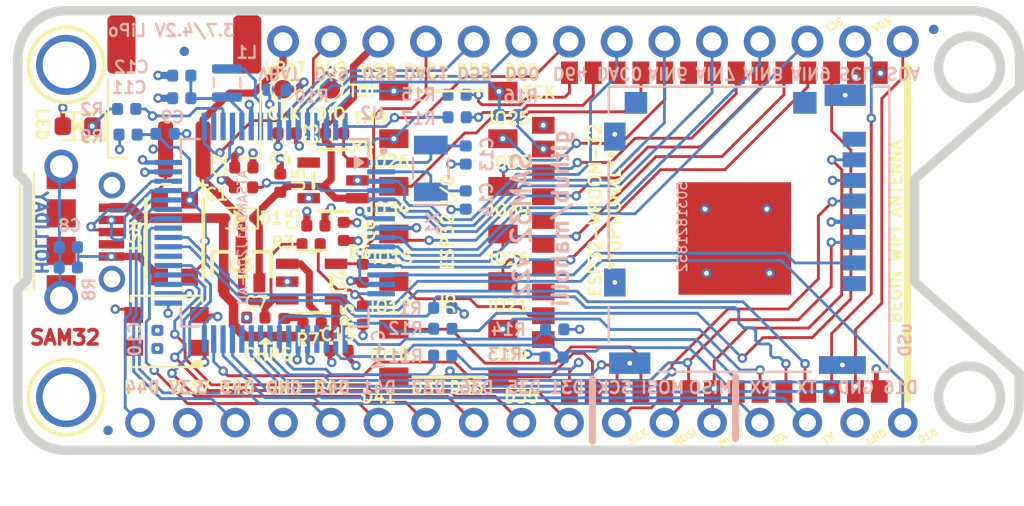
<source format=kicad_pcb>
(kicad_pcb (version 20171130) (host pcbnew "(6.0.0-rc1-dev-1614-ge850a482d)")
  (layers (0 Top signal) (1 GND power hide) (2 PWR power hide) (31 Bottom signal) (34 B.Paste user hide) (35 F.Paste user hide) (36 B.SilkS user) (37 F.SilkS user) (38 B.Mask user hide) (39 F.Mask user hide) (44 Edge.Cuts user))
  (net 0 "")
  (net 1 /USB-)
  (net 2 /USB+)
  (net 3 "Net-(J1-Pad4)")
  (net 4 GND)
  (net 5 +3V3)
  (net 6 VBAT)
  (net 7 /~RESET)
  (net 8 /LED1)
  (net 9 /SWCLK)
  (net 10 /XTAL1)
  (net 11 /XTAL2)
  (net 12 /AREF)
  (net 13 "Net-(J3-Pad1)")
  (net 14 SD_CS)
  (net 15 MOSI)
  (net 16 SCK)
  (net 17 MISO)
  (net 18 "Net-(J3-Pad8)")
  (net 19 "Net-(J3-PadSW_T)")
  (net 20 "Net-(J3-PadDET_T)")
  (net 21 /DTR)
  (net 22 /SWDIO)
  (net 23 DAC0)
  (net 24 AIN6)
  (net 25 AIN7)
  (net 26 AIN8)
  (net 27 AIN9)
  (net 28 SCL)
  (net 29 DAC1)
  (net 30 SDA)
  (net 31 D19)
  (net 32 D20)
  (net 33 D31)
  (net 34 D35)
  (net 35 D36)
  (net 36 D37)
  (net 37 D38)
  (net 38 D41)
  (net 39 D42)
  (net 40 D43)
  (net 41 D44)
  (net 42 D49)
  (net 43 D50)
  (net 44 D59)
  (net 45 D60)
  (net 46 D64)
  (net 47 "Net-(U3-Pad17)")
  (net 48 "Net-(U3-Pad18)")
  (net 49 "Net-(U3-Pad19)")
  (net 50 "Net-(U3-Pad20)")
  (net 51 "Net-(U3-Pad21)")
  (net 52 "Net-(U3-Pad22)")
  (net 53 IO15)
  (net 54 "Net-(U3-Pad24)")
  (net 55 IO34)
  (net 56 IO35)
  (net 57 IO32)
  (net 58 IO33)
  (net 59 IO25)
  (net 60 IO26)
  (net 61 IO27)
  (net 62 IO21)
  (net 63 IO17)
  (net 64 IO16)
  (net 65 IO4)
  (net 66 "Net-(U5-Pad4)")
  (net 67 /EN)
  (net 68 IO39)
  (net 69 IO36)
  (net 70 VUSB)
  (net 71 /VBAT_MES)
  (net 72 /PROG)
  (net 73 ~)
  (net 74 "Net-(R7-Pad1)")
  (net 75 "Net-(R15-Pad2)")
  (net 76 "Net-(R16-Pad2)")
  (net 77 "Net-(R17-Pad2)")
  (net 78 "Net-(C11-Pad1)")
  (net 79 "Net-(CHRG1-Pad2)")
  (net 80 "Net-(L1-Pad2)")
  (net 81 "Net-(U2-Pad40)")
  (net 82 "Net-(D2-Pad2)")
  (net 83 "Net-(GRN1-Pad1)")
  (net 84 "Net-(R11-Pad2)")
  (net 85 "Net-(R12-Pad2)")
  (net 86 "Net-(R1-Pad2)")
  (net 87 "Net-(D2-Pad4)")
  (net 88 /~RTS)
  (net 89 /VIN)
  (net 90 "Net-(U2-Pad28)")
  (net 91 D16)
  (net 92 RX)
  (net 93 TX)
  (net 94 TCK)
  (net 95 TDI)
  (net 96 TMS)
  (module Fiducial:Fiducial_0.5mm_Dia_1mm_Outer (layer Bottom) (at 64.7192 89.7636)
    (fp_text reference REF** hide)
    (fp_text value Fiducial_0.5mm_Dia_1mm_Outer)
    (pad "" smd circle (at 0 0) (size 0.5 0.5) (layers Bottom B.Mask) (clearance 0.25))
  )
  (module Fiducial:Fiducial_0.5mm_Dia_1mm_Outer (layer Top) (at 64.7192 89.7636)
    (fp_text reference REF** hide)
    (fp_text value Fiducial_0.5mm_Dia_1mm_Outer)
    (pad "" smd circle (at 0 0) (size 0.5 0.5) (layers Top F.Mask) (clearance 0.25))
  )
  (module Fiducial:Fiducial_0.5mm_Dia_1mm_Outer (layer Bottom) (at 60.6552 109.982)
    (fp_text reference REF** hide)
    (fp_text value Fiducial_0.5mm_Dia_1mm_Outer)
    (pad "" smd circle (at 0 0) (size 0.5 0.5) (layers Bottom B.Mask) (clearance 0.25))
  )
  (module Fiducial:Fiducial_0.5mm_Dia_1mm_Outer (layer Top) (at 60.6552 109.982)
    (fp_text reference REF** hide)
    (fp_text value Fiducial_0.5mm_Dia_1mm_Outer)
    (pad "" smd circle (at 0 0) (size 0.5 0.5) (layers Top F.Mask) (clearance 0.25))
  )
  (module Fiducial:Fiducial_0.5mm_Dia_1mm_Outer (layer Bottom) (at 104.648 88.5952)
    (fp_text reference REF** hide)
    (fp_text value Fiducial_0.5mm_Dia_1mm_Outer)
    (pad "" smd circle (at 0 0) (size 0.5 0.5) (layers Bottom B.Mask) (clearance 0.25))
  )
  (module Fiducial:Fiducial_0.5mm_Dia_1mm_Outer (layer Top) (at 104.648 88.5952)
    (fp_text reference REF** hide)
    (fp_text value Fiducial_0.5mm_Dia_1mm_Outer)
    (pad "" smd circle (at 0 0) (size 0.5 0.5) (layers Top F.Mask) (clearance 0.25))
  )
  (module 503182-1853:MOLEX_503182-1853 (layer Bottom) (at 94.8055 99.2505 90)
    (fp_text reference J3 hide)
    (fp_text value 5031821852 (at 0.127 -3.556 90) (layer B.SilkS) (effects (font (size 0.508 0.508) (thickness 0.0889)) (justify mirror)))
    (pad 1 smd rect (at -2.9 5.605) (size 1.24 0.8) (layers Bottom B.Paste B.Mask) (net 13 "Net-(J3-Pad1)"))
    (pad 2 smd rect (at -1.8 5.605) (size 1.24 0.8) (layers Bottom B.Paste B.Mask) (net 14 SD_CS))
    (pad 3 smd rect (at -0.7 5.605) (size 1.24 0.8) (layers Bottom B.Paste B.Mask) (net 15 MOSI))
    (pad 4 smd rect (at 0.4 5.605) (size 1.24 0.8) (layers Bottom B.Paste B.Mask) (net 5 +3V3))
    (pad 5 smd rect (at 1.5 5.605) (size 1.24 0.8) (layers Bottom B.Paste B.Mask) (net 16 SCK))
    (pad 6 smd rect (at 2.6 5.605) (size 1.24 0.8) (layers Bottom B.Paste B.Mask) (net 4 GND))
    (pad 7 smd rect (at 3.7 5.605) (size 1.24 0.8) (layers Bottom B.Paste B.Mask) (net 17 MISO))
    (pad 8 smd rect (at 4.8 5.605) (size 1.24 0.8) (layers Bottom B.Paste B.Mask) (net 18 "Net-(J3-Pad8)"))
    (pad SH1 smd rect (at -7.245 4.975) (size 2.5 0.95) (layers Bottom B.Paste B.Mask) (net 4 GND))
    (pad SH2 smd rect (at 7.145 5.125) (size 2.2 1.15) (layers Bottom B.Paste B.Mask) (net 4 GND))
    (pad SW_T smd rect (at 6.74 2.975) (size 1.25 1.16) (layers Bottom B.Paste B.Mask) (net 19 "Net-(J3-PadSW_T)"))
    (pad DET_T smd rect (at 6.74 -6.025) (size 1.2 1.16) (layers Bottom B.Paste B.Mask) (net 20 "Net-(J3-PadDET_T)"))
    (pad SH5 smd rect (at -7.145 -6.355) (size 2.2 1.15) (layers Bottom B.Paste B.Mask) (net 4 GND))
    (pad SH4 smd rect (at -2.84 -7.15 270) (size 1.5 1.15) (layers Bottom B.Paste B.Mask) (net 4 GND))
    (pad SH3 smd rect (at 4.94 -7.15 270) (size 1.5 1.15) (layers Bottom B.Paste B.Mask) (net 4 GND))
  )
  (module Resistor_SMD:R_0402_1005Metric (layer Bottom) (at 84.45 104.59 180)
    (fp_text reference R14 (at 2.4588 -0.0072 180) (layer B.SilkS) (effects (font (size 0.635 0.635) (thickness 0.127)) (justify mirror)))
    (fp_text value 10K)
    (pad 2 smd roundrect (at 0.485 0 180) (size 0.59 0.64) (layers Bottom B.Paste B.Mask) (net 30 SDA))
    (pad 1 smd roundrect (at -0.485 0 180) (size 0.59 0.64) (layers Bottom B.Paste B.Mask) (net 5 +3V3))
  )
  (module Resistor_SMD:R_0402_1005Metric (layer Bottom) (at 84.42 106.09)
    (fp_text reference R13 (at -2.632 -0.172) (layer B.SilkS) (effects (font (size 0.635 0.635) (thickness 0.127)) (justify mirror)))
    (fp_text value 10K)
    (pad 2 smd roundrect (at 0.485 0) (size 0.59 0.64) (layers Bottom B.Paste B.Mask) (net 28 SCL))
    (pad 1 smd roundrect (at -0.485 0) (size 0.59 0.64) (layers Bottom B.Paste B.Mask) (net 5 +3V3))
  )
  (module Resistor_SMD:R_0402_1005Metric (layer Top) (at 74.2315 103.8225 270)
    (fp_text reference R5 (at 0 0.8255 270) (layer F.SilkS) (effects (font (size 0.635 0.635) (thickness 0.127))))
    (fp_text value 100K)
    (pad 2 smd roundrect (at 0.485 0 270) (size 0.59 0.64) (layers Top F.Paste F.Mask) (net 4 GND))
    (pad 1 smd roundrect (at -0.485 0 270) (size 0.59 0.64) (layers Top F.Paste F.Mask) (net 71 /VBAT_MES))
  )
  (module Resistor_SMD:R_0402_1005Metric (layer Bottom) (at 79.255 93.28)
    (fp_text reference R17 (at -2.0644 0.065 -180) (layer B.SilkS) (effects (font (size 0.635 0.635) (thickness 0.127)) (justify mirror)))
    (fp_text value 0)
    (pad 2 smd roundrect (at 0.485 0) (size 0.59 0.64) (layers Bottom B.Paste B.Mask) (net 77 "Net-(R17-Pad2)"))
    (pad 1 smd roundrect (at -0.485 0) (size 0.59 0.64) (layers Bottom B.Paste B.Mask) (net 96 TMS))
  )
  (module Resistor_SMD:R_0402_1005Metric (layer Bottom) (at 81.985 93.16)
    (fp_text reference R16 (at 0.6666 -1.0088) (layer B.SilkS) (effects (font (size 0.635 0.635) (thickness 0.127)) (justify mirror)))
    (fp_text value 0)
    (pad 2 smd roundrect (at 0.485 0) (size 0.59 0.64) (layers Bottom B.Paste B.Mask) (net 76 "Net-(R16-Pad2)"))
    (pad 1 smd roundrect (at -0.485 0) (size 0.59 0.64) (layers Bottom B.Paste B.Mask) (net 94 TCK))
  )
  (module Resistor_SMD:R_0402_1005Metric (layer Bottom) (at 79.2515 92.08)
    (fp_text reference R15 (at -2.0609 -0.005) (layer B.SilkS) (effects (font (size 0.635 0.635) (thickness 0.127)) (justify mirror)))
    (fp_text value 0)
    (pad 2 smd roundrect (at 0.485 0) (size 0.59 0.64) (layers Bottom B.Paste B.Mask) (net 75 "Net-(R15-Pad2)"))
    (pad 1 smd roundrect (at -0.485 0) (size 0.59 0.64) (layers Bottom B.Paste B.Mask) (net 95 TDI))
  )
  (module Resistor_SMD:R_0402_1005Metric (layer Bottom) (at 78.49 104.56)
    (fp_text reference R12 (at -1.9852 -0.0136) (layer B.SilkS) (effects (font (size 0.635 0.635) (thickness 0.127)) (justify mirror)))
    (fp_text value 10K)
    (pad 2 smd roundrect (at 0.485 0) (size 0.59 0.64) (layers Bottom B.Paste B.Mask) (net 85 "Net-(R12-Pad2)"))
    (pad 1 smd roundrect (at -0.485 0) (size 0.59 0.64) (layers Bottom B.Paste B.Mask) (net 21 /DTR))
  )
  (module Resistor_SMD:R_0402_1005Metric (layer Bottom) (at 78.486 105.99)
    (fp_text reference R11 (at -1.9812 0.0296) (layer B.SilkS) (effects (font (size 0.635 0.635) (thickness 0.127)) (justify mirror)))
    (fp_text value 10K)
    (pad 2 smd roundrect (at 0.485 0) (size 0.59 0.64) (layers Bottom B.Paste B.Mask) (net 84 "Net-(R11-Pad2)"))
    (pad 1 smd roundrect (at -0.485 0) (size 0.59 0.64) (layers Bottom B.Paste B.Mask) (net 88 /~RTS))
  )
  (module Resistor_SMD:R_0402_1005Metric (layer Bottom) (at 69.6595 91.821)
    (fp_text reference R10 (at 1.84404 0.33528) (layer B.SilkS) (effects (font (size 0.635 0.635) (thickness 0.127)) (justify mirror)))
    (fp_text value 10K)
    (pad 2 smd roundrect (at 0.485 0) (size 0.59 0.64) (layers Bottom B.Paste B.Mask) (net 9 /SWCLK))
    (pad 1 smd roundrect (at -0.485 0) (size 0.59 0.64) (layers Bottom B.Paste B.Mask) (net 5 +3V3))
  )
  (module Resistor_SMD:R_0402_1005Metric (layer Bottom) (at 61.722 94.20352)
    (fp_text reference R9 (at -1.93548 0.10922) (layer B.SilkS) (effects (font (size 0.635 0.635) (thickness 0.127)) (justify mirror)))
    (fp_text value 10K)
    (pad 2 smd roundrect (at 0.485 0) (size 0.59 0.64) (layers Bottom B.Paste B.Mask) (net 7 /~RESET))
    (pad 1 smd roundrect (at -0.485 0) (size 0.59 0.64) (layers Bottom B.Paste B.Mask) (net 5 +3V3))
  )
  (module Resistor_SMD:R_0402_1005Metric (layer Bottom) (at 58.537 101.289)
    (fp_text reference R8 (at 1.1022 1.1746 90) (layer B.SilkS) (effects (font (size 0.635 0.635) (thickness 0.127)) (justify mirror)))
    (fp_text value 1M)
    (pad 2 smd roundrect (at 0.485 0) (size 0.59 0.64) (layers Bottom B.Paste B.Mask) (net 4 GND))
    (pad 1 smd roundrect (at -0.485 0) (size 0.59 0.64) (layers Bottom B.Paste B.Mask) (net 73 ~))
  )
  (module Resistor_SMD:R_0402_1005Metric (layer Top) (at 71.5264 104.267 180)
    (fp_text reference R7 (at 0.2286 -0.88646 180) (layer F.SilkS) (effects (font (size 0.635 0.635) (thickness 0.127))))
    (fp_text value 1K)
    (pad 2 smd roundrect (at 0.485 0 180) (size 0.59 0.64) (layers Top F.Paste F.Mask) (net 79 "Net-(CHRG1-Pad2)"))
    (pad 1 smd roundrect (at -0.485 0 180) (size 0.59 0.64) (layers Top F.Paste F.Mask) (net 74 "Net-(R7-Pad1)"))
  )
  (module Resistor_SMD:R_0402_1005Metric (layer Top) (at 74.2315 101.6 270)
    (fp_text reference R6 (at -1.11506 0.15748 180) (layer F.SilkS) (effects (font (size 0.635 0.635) (thickness 0.127))))
    (fp_text value 10K)
    (pad 2 smd roundrect (at 0.485 0 270) (size 0.59 0.64) (layers Top F.Paste F.Mask) (net 4 GND))
    (pad 1 smd roundrect (at -0.485 0 270) (size 0.59 0.64) (layers Top F.Paste F.Mask) (net 72 /PROG))
  )
  (module Resistor_SMD:R_0402_1005Metric (layer Bottom) (at 78.49 103.45 180)
    (fp_text reference R1 (at 1.7312 -0.0296 180) (layer B.SilkS) (effects (font (size 0.635 0.635) (thickness 0.127)) (justify mirror)))
    (fp_text value 10K)
    (pad 2 smd roundrect (at 0.485 0 180) (size 0.59 0.64) (layers Bottom B.Paste B.Mask) (net 86 "Net-(R1-Pad2)"))
    (pad 1 smd roundrect (at -0.485 0 180) (size 0.59 0.64) (layers Bottom B.Paste B.Mask) (net 5 +3V3))
  )
  (module Diode_SMD:D_SC-80 (layer Top) (at 67.64 98.66 180)
    (fp_text reference D1 (at -1.702 0.0064 180) (layer F.SilkS) (effects (font (size 0.635 0.635) (thickness 0.127))))
    (fp_text value MBR120)
    (pad 1 smd rect (at -0.725 0 180) (size 0.35 0.35) (layers Top F.Paste F.Mask) (net 89 /VIN))
    (pad 2 smd rect (at 0.725 0 180) (size 0.35 0.35) (layers Top F.Paste F.Mask) (net 70 VUSB))
  )
  (module custom-footprints:LED3535 (layer Top) (at 63.77 104.6988)
    (fp_text reference D2 hide)
    (fp_text value WS2812B)
    (pad 3 smd rect (at 1.749999 0.875 90) (size 0.85 1) (layers Top F.Paste F.Mask) (net 4 GND))
    (pad 2 smd rect (at -1.75 0.875 90) (size 0.85 1) (layers Top F.Paste F.Mask) (net 82 "Net-(D2-Pad2)"))
    (pad 4 smd rect (at 1.75 -0.875 90) (size 0.85 1) (layers Top F.Paste F.Mask) (net 87 "Net-(D2-Pad4)"))
    (pad 1 smd rect (at -1.749999 -0.875 90) (size 0.85 1) (layers Top F.Paste F.Mask) (net 5 +3V3))
  )
  (module Connector_JST:JST_PH_S2B-PH-SM4-TB_1x02-1MP_P2.00mm_Horizontal (layer Top) (at 64.7192 92.1512 180)
    (fp_text reference J4 hide)
    (fp_text value B2B-PH-SM4-TB)
    (pad MP smd roundrect (at 3.35 2.75 180) (size 1.5 3.1) (layers Top F.Paste F.Mask) (roundrect_rratio 0.167))
    (pad MP smd roundrect (at -3.35 2.75 180) (size 1.5 3.1) (layers Top F.Paste F.Mask) (roundrect_rratio 0.167))
    (pad 2 smd roundrect (at 1 -2.85 180) (size 0.8 3) (layers Top F.Paste F.Mask) (net 4 GND))
    (pad 1 smd roundrect (at -1 -2.85 180) (size 0.8 3) (layers Top F.Paste F.Mask) (net 6 VBAT))
  )
  (module LED_SMD:LED_0402_1005Metric (layer Top) (at 70.0532 104.4956 90)
    (fp_text reference CHRG1 hide)
    (fp_text value "ORANGE LED")
    (pad 2 smd roundrect (at 0.485 0 90) (size 0.59 0.64) (layers Top F.Paste F.Mask) (net 79 "Net-(CHRG1-Pad2)"))
    (pad 1 smd roundrect (at -0.485 0 90) (size 0.59 0.64) (layers Top F.Paste F.Mask) (net 70 VUSB))
  )
  (module TestPoint:TestPoint_Pad_D1.5mm (layer Top) (at 69.977 91.78544)
    (fp_text reference TP1 hide)
    (fp_text value TESTPOINTPAD2MM)
    (pad 1 smd circle (at 0 0) (size 1 1) (layers Top F.Mask) (net 9 /SWCLK))
  )
  (module TestPoint:TestPoint_Pad_D1.5mm (layer Top) (at 72.517 91.78544)
    (fp_text reference TP2 hide)
    (fp_text value TESTPOINTPAD2MM)
    (pad 1 smd circle (at 0 0) (size 1 1) (layers Top F.Mask) (net 22 /SWDIO))
  )
  (module custom-footprints:10118194-0001LF (layer Top) (at 58.16092 99.40544 270)
    (fp_text reference J1 hide)
    (fp_text value 10118194-0001LF hide)
    (pad 13 smd rect (at 3.05 0 270) (size 1.5 1.55) (layers Top F.Paste F.Mask))
    (pad 12 smd rect (at -3.05 0 270) (size 1.5 1.55) (layers Top F.Paste F.Mask))
    (pad 11 smd rect (at 1 0 270) (size 1.5 1.55) (layers Top F.Paste F.Mask))
    (pad 10 smd rect (at -1 0 270) (size 1.5 1.55) (layers Top F.Paste F.Mask))
    (pad 9 thru_hole circle (at 3.5 0 270) (size 1.8 1.8) (drill 1.2) (layers *.Cu *.Mask) (net 73 ~))
    (pad 8 thru_hole circle (at -3.5 0 270) (size 1.8 1.8) (drill 1.2) (layers *.Cu *.Mask) (net 73 ~))
    (pad 7 thru_hole circle (at 2.5 -2.7 270) (size 1.408 1.408) (drill 0.9) (layers *.Cu *.Mask))
    (pad 6 thru_hole circle (at -2.5 -2.7 270) (size 1.408 1.408) (drill 0.9) (layers *.Cu *.Mask))
    (pad 5 smd rect (at 1.3 -2.675 90) (size 0.45 1.35) (layers Top F.Paste F.Mask) (net 4 GND))
    (pad 4 smd rect (at 0.65 -2.675 90) (size 0.45 1.35) (layers Top F.Paste F.Mask) (net 3 "Net-(J1-Pad4)"))
    (pad 3 smd rect (at 0 -2.675 90) (size 0.45 1.35) (layers Top F.Paste F.Mask) (net 2 /USB+))
    (pad 2 smd rect (at -0.65 -2.675 90) (size 0.45 1.35) (layers Top F.Paste F.Mask) (net 1 /USB-))
    (pad 1 smd rect (at -1.3 -2.675 90) (size 0.45 1.35) (layers Top F.Paste F.Mask) (net 70 VUSB))
  )
  (module LED_SMD:LED_0603_1608Metric (layer Top) (at 59.0296 93.7558 180)
    (fp_text reference GRN1 hide)
    (fp_text value "GREEN LED")
    (pad 2 smd roundrect (at 0.7875 0 180) (size 0.875 0.95) (layers Top F.Paste F.Mask) (net 4 GND))
    (pad 1 smd roundrect (at -0.7875 0 180) (size 0.875 0.95) (layers Top F.Paste F.Mask) (net 83 "Net-(GRN1-Pad1)"))
  )
  (module Resistor_SMD:R_0402_1005Metric (layer Bottom) (at 61.6458 92.837)
    (fp_text reference R2 (at -1.8542 0.0254 -180) (layer B.SilkS) (effects (font (size 0.635 0.635) (thickness 0.127)) (justify mirror)))
    (fp_text value 2.2K)
    (pad 2 smd roundrect (at 0.485 0) (size 0.59 0.64) (layers Bottom B.Paste B.Mask) (net 8 /LED1))
    (pad 1 smd roundrect (at -0.485 0) (size 0.59 0.64) (layers Bottom B.Paste B.Mask) (net 83 "Net-(GRN1-Pad1)"))
  )
  (module Resistor_SMD:R_0402_1005Metric (layer Top) (at 71.4732 100.0506)
    (fp_text reference R3 (at -1.4986 -0.0762) (layer F.SilkS) (effects (font (size 0.635 0.635) (thickness 0.127))))
    (fp_text value 100K)
    (pad 2 smd roundrect (at 0.485 0) (size 0.59 0.64) (layers Top F.Paste F.Mask) (net 71 /VBAT_MES))
    (pad 1 smd roundrect (at -0.485 0) (size 0.59 0.64) (layers Top F.Paste F.Mask) (net 6 VBAT))
  )
  (module Capacitor_SMD:C_0402_1005Metric (layer Top) (at 68.5292 103.9622 180)
    (fp_text reference C7 (at -0.0127 0.79502 180) (layer F.SilkS) (effects (font (size 0.635 0.635) (thickness 0.127))))
    (fp_text value 10uF)
    (pad 2 smd roundrect (at 0.485 0 180) (size 0.59 0.64) (layers Top F.Paste F.Mask) (net 4 GND))
    (pad 1 smd roundrect (at -0.485 0 180) (size 0.59 0.64) (layers Top F.Paste F.Mask) (net 6 VBAT))
  )
  (module "Adafruit Feather M4 Express:BTN_KMR2_4.6X2.8" (layer Top) (at 64.2 99.75 270)
    (fp_text reference SW1 hide)
    (fp_text value "KMR231NG LFS" hide)
    (pad A smd rect (at 2.05 -0.8 270) (size 0.9 0.9) (layers Top F.Paste F.Mask) (net 7 /~RESET))
    (pad B smd rect (at 2.05 0.8 270) (size 0.9 0.9) (layers Top F.Paste F.Mask) (net 4 GND))
    (pad B' smd rect (at -2.05 0.8 270) (size 0.9 0.9) (layers Top F.Paste F.Mask) (net 4 GND))
    (pad A' smd rect (at -2.05 -0.8 270) (size 0.9 0.9) (layers Top F.Paste F.Mask) (net 7 /~RESET))
  )
  (module Capacitor_SMD:C_0402_1005Metric (layer Bottom) (at 64.5795 91.059)
    (fp_text reference C12 (at -2.6797 -0.4572) (layer B.SilkS) (effects (font (size 0.635 0.635) (thickness 0.127)) (justify mirror)))
    (fp_text value 10uF)
    (pad 2 smd roundrect (at 0.485 0) (size 0.59 0.64) (layers Bottom B.Paste B.Mask) (net 78 "Net-(C11-Pad1)"))
    (pad 1 smd roundrect (at -0.485 0) (size 0.59 0.64) (layers Bottom B.Paste B.Mask) (net 4 GND))
  )
  (module Capacitor_SMD:C_0402_1005Metric (layer Top) (at 73.212196 99.36998 270)
    (fp_text reference C6 (at -0.05598 -1.336804 270) (layer F.SilkS) (effects (font (size 0.635 0.635) (thickness 0.127))))
    (fp_text value 10uF)
    (pad 2 smd roundrect (at 0.485 0 270) (size 0.59 0.64) (layers Top F.Paste F.Mask) (net 4 GND))
    (pad 1 smd roundrect (at -0.485 0 270) (size 0.59 0.64) (layers Top F.Paste F.Mask) (net 5 +3V3))
  )
  (module Capacitor_SMD:C_0402_1005Metric (layer Top) (at 69.82968 96.79432 90)
    (fp_text reference C4 (at 1.29032 0.02032) (layer F.SilkS) (effects (font (size 0.635 0.635) (thickness 0.127))))
    (fp_text value 10uF)
    (pad 2 smd roundrect (at 0.485 0 90) (size 0.59 0.64) (layers Top F.Paste F.Mask) (net 4 GND))
    (pad 1 smd roundrect (at -0.485 0 90) (size 0.59 0.64) (layers Top F.Paste F.Mask) (net 89 /VIN))
  )
  (module Capacitor_SMD:C_0402_1005Metric (layer Top) (at 67.88902 95.9612)
    (fp_text reference C2 (at -1.26482 -0.0762 90) (layer F.SilkS) (effects (font (size 0.635 0.635) (thickness 0.127))))
    (fp_text value 10uF)
    (pad 2 smd roundrect (at 0.485 0) (size 0.59 0.64) (layers Top F.Paste F.Mask) (net 4 GND))
    (pad 1 smd roundrect (at -0.485 0) (size 0.59 0.64) (layers Top F.Paste F.Mask) (net 5 +3V3))
  )
  (module Resistor_SMD:R_0402_1005Metric (layer Top) (at 72.7202 94.1324 180)
    (fp_text reference R4 (at -1.4898 -0.6576) (layer F.SilkS) (effects (font (size 0.635 0.635) (thickness 0.127))))
    (fp_text value 10K)
    (pad 2 smd roundrect (at 0.485 0 180) (size 0.59 0.64) (layers Top F.Paste F.Mask) (net 89 /VIN))
    (pad 1 smd roundrect (at -0.485 0 180) (size 0.59 0.64) (layers Top F.Paste F.Mask) (net 67 /EN))
  )
  (module custom-footprints:NPPC_0.100in_headers_2ROW (layer Top) (at 78.8035 99.5045 90)
    (fp_text reference J5 (at -3.683 0 90) (layer F.SilkS) (effects (font (size 0.635 0.635) (thickness 0.127))))
    (fp_text value NPTC072KFMS-RC)
    (pad 14 smd rect (at 7.62 2.889 90) (size 1 1.56) (layers Top F.Paste F.Mask) (net 94 TCK))
    (pad 13 smd rect (at 5.08 2.889 90) (size 1 1.56) (layers Top F.Paste F.Mask) (net 59 IO25))
    (pad 12 smd rect (at 2.54 2.889 90) (size 1 1.56) (layers Top F.Paste F.Mask) (net 56 IO35))
    (pad 11 smd rect (at 0 2.889 90) (size 1 1.56) (layers Top F.Paste F.Mask) (net 68 IO39))
    (pad 10 smd rect (at -2.54 2.889 90) (size 1 1.56) (layers Top F.Paste F.Mask) (net 69 IO36))
    (pad 9 smd rect (at -5.08 2.889 90) (size 1 1.56) (layers Top F.Paste F.Mask) (net 62 IO21))
    (pad 8 smd rect (at -7.62 2.889 90) (size 1 1.56) (layers Top F.Paste F.Mask) (net 65 IO4))
    (pad 7 smd rect (at 7.62 -2.921 90) (size 1 1.56) (layers Top F.Paste F.Mask) (net 95 TDI))
    (pad 6 smd rect (at 5.08 -2.921 90) (size 1 1.56) (layers Top F.Paste F.Mask) (net 96 TMS))
    (pad 5 smd rect (at 2.54 -2.921 90) (size 1 1.56) (layers Top F.Paste F.Mask) (net 60 IO26))
    (pad 4 smd rect (at 0 -2.921 90) (size 1 1.56) (layers Top F.Paste F.Mask) (net 55 IO34))
    (pad 3 smd rect (at -2.54 -2.921 90) (size 1 1.56) (layers Top F.Paste F.Mask) (net 53 IO15))
    (pad 2 smd rect (at -5.08 -2.921 90) (size 1 1.56) (layers Top F.Paste F.Mask) (net 63 IO17))
    (pad 1 smd rect (at -7.62 -2.921 90) (size 1 1.56) (layers Top F.Paste F.Mask) (net 64 IO16))
  )
  (module Connector_PinSocket_2.54mm:PinSocket_1x17_P2.54mm_Vertical (layer Top) (at 62.357 109.56544 90)
    (fp_text reference J7 hide)
    (fp_text value Conn_01x17)
    (pad 1 thru_hole circle (at 0 0 90) (size 1.5748 1.5748) (drill 1) (layers *.Cu *.Mask) (net 41 D44))
    (pad 2 thru_hole circle (at 0 2.54 90) (size 1.5748 1.5748) (drill 0.9) (layers *.Cu *.Mask) (net 5 +3V3))
    (pad 3 thru_hole circle (at 0 5.08 90) (size 1.5748 1.5748) (drill 0.9) (layers *.Cu *.Mask) (net 40 D43))
    (pad 4 thru_hole circle (at 0 7.62 90) (size 1.5748 1.5748) (drill 0.9) (layers *.Cu *.Mask) (net 4 GND))
    (pad 5 thru_hole circle (at 0 10.16 90) (size 1.5748 1.5748) (drill 0.9) (layers *.Cu *.Mask) (net 39 D42))
    (pad 6 thru_hole circle (at 0 12.7 90) (size 1.5748 1.5748) (drill 0.9) (layers *.Cu *.Mask) (net 38 D41))
    (pad 7 thru_hole circle (at 0 15.24 90) (size 1.5748 1.5748) (drill 0.9) (layers *.Cu *.Mask) (net 36 D37))
    (pad 8 thru_hole circle (at 0 17.78 90) (size 1.5748 1.5748) (drill 0.9) (layers *.Cu *.Mask) (net 35 D36))
    (pad 9 thru_hole circle (at 0 20.32 90) (size 1.5748 1.5748) (drill 0.9) (layers *.Cu *.Mask) (net 34 D35))
    (pad 10 thru_hole circle (at 0 22.86 90) (size 1.5748 1.5748) (drill 0.9) (layers *.Cu *.Mask) (net 33 D31))
    (pad 11 thru_hole circle (at 0 25.4 90) (size 1.5748 1.5748) (drill 0.9) (layers *.Cu *.Mask) (net 16 SCK))
    (pad 12 thru_hole circle (at 0 27.94 90) (size 1.5748 1.5748) (drill 0.9) (layers *.Cu *.Mask) (net 15 MOSI))
    (pad 13 thru_hole circle (at 0 30.48 90) (size 1.5748 1.5748) (drill 0.9) (layers *.Cu *.Mask) (net 17 MISO))
    (pad 14 thru_hole circle (at 0 33.02 90) (size 1.5748 1.5748) (drill 0.9) (layers *.Cu *.Mask) (net 92 RX))
    (pad 15 thru_hole circle (at 0 35.56 90) (size 1.5748 1.5748) (drill 0.9) (layers *.Cu *.Mask) (net 93 TX))
    (pad 16 thru_hole circle (at 0 38.1 90) (size 1.5748 1.5748) (drill 0.9) (layers *.Cu *.Mask) (net 4 GND))
    (pad 17 thru_hole circle (at 0 40.64 90) (size 1.5748 1.5748) (drill 0.9) (layers *.Cu *.Mask) (net 91 D16))
  )
  (module Connector_PinHeader_2.54mm:PinHeader_1x14_P2.54mm_Vertical (layer Top) (at 69.977 89.24544 90)
    (fp_text reference J2 hide)
    (fp_text value Conn_01x14)
    (pad 1 thru_hole oval (at 0 0 90) (size 1.7 1.7) (drill 1) (layers *.Cu *.Mask) (net 6 VBAT))
    (pad 2 thru_hole oval (at 0 2.54 90) (size 1.7 1.7) (drill 1) (layers *.Cu *.Mask) (net 42 D49))
    (pad 3 thru_hole oval (at 0 5.08 90) (size 1.7 1.7) (drill 1) (layers *.Cu *.Mask) (net 89 /VIN))
    (pad 4 thru_hole oval (at 0 7.62 90) (size 1.7 1.7) (drill 1) (layers *.Cu *.Mask) (net 29 DAC1))
    (pad 5 thru_hole oval (at 0 10.16 90) (size 1.7 1.7) (drill 1) (layers *.Cu *.Mask) (net 44 D59))
    (pad 6 thru_hole oval (at 0 12.7 90) (size 1.7 1.7) (drill 1) (layers *.Cu *.Mask) (net 45 D60))
    (pad 7 thru_hole oval (at 0 15.24 90) (size 1.7 1.7) (drill 1) (layers *.Cu *.Mask) (net 46 D64))
    (pad 8 thru_hole oval (at 0 17.78 90) (size 1.7 1.7) (drill 1) (layers *.Cu *.Mask) (net 23 DAC0))
    (pad 9 thru_hole oval (at 0 20.32 90) (size 1.7 1.7) (drill 1) (layers *.Cu *.Mask) (net 24 AIN6))
    (pad 10 thru_hole oval (at 0 22.86 90) (size 1.7 1.7) (drill 1) (layers *.Cu *.Mask) (net 25 AIN7))
    (pad 11 thru_hole oval (at 0 25.4 90) (size 1.7 1.7) (drill 1) (layers *.Cu *.Mask) (net 26 AIN8))
    (pad 12 thru_hole oval (at 0 27.94 90) (size 1.7 1.7) (drill 1) (layers *.Cu *.Mask) (net 27 AIN9))
    (pad 13 thru_hole oval (at 0 30.48 90) (size 1.7 1.7) (drill 1) (layers *.Cu *.Mask) (net 28 SCL))
    (pad 14 thru_hole oval (at 0 33.02 90) (size 1.7 1.7) (drill 1) (layers *.Cu *.Mask) (net 30 SDA))
  )
  (module Capacitor_SMD:C_0402_1005Metric (layer Top) (at 71.7296 99.06)
    (fp_text reference C5 (at -1.2192 -0.3556 90) (layer F.SilkS) (effects (font (size 0.635 0.635) (thickness 0.127))))
    (fp_text value 1uF)
    (pad 1 smd roundrect (at -0.485 0) (size 0.59 0.64) (layers Top F.Paste F.Mask) (net 5 +3V3))
    (pad 2 smd roundrect (at 0.485 0) (size 0.59 0.64) (layers Top F.Paste F.Mask) (net 4 GND))
  )
  (module "Adafruit Feather M4 Express:SOT23-5" (layer Top) (at 72.644 96.647 90)
    (fp_text reference U5 (at -0.6985 -1.4605 270) (layer F.SilkS) (effects (font (size 0.635 0.635) (thickness 0.127)) (justify left bottom)))
    (fp_text value AP2112K-3.3TRG1)
    (pad 5 smd rect (at -0.95 -1.3001 90) (size 0.55 1.2) (layers Top F.Paste F.Mask) (net 5 +3V3))
    (pad 4 smd rect (at 0.95 -1.3001 90) (size 0.55 1.2) (layers Top F.Paste F.Mask) (net 66 "Net-(U5-Pad4)"))
    (pad 3 smd rect (at 0.95 1.3001 90) (size 0.55 1.2) (layers Top F.Paste F.Mask) (net 67 /EN))
    (pad 2 smd rect (at 0 1.3001 90) (size 0.55 1.2) (layers Top F.Paste F.Mask) (net 4 GND))
    (pad 1 smd rect (at -0.95 1.3001 90) (size 0.55 1.2) (layers Top F.Paste F.Mask) (net 89 /VIN))
  )
  (module Capacitor_SMD:C_0402_1005Metric (layer Top) (at 70.1953 94.1324 180)
    (fp_text reference C3 (at -1.3057 -0.0762 270) (layer F.SilkS) (effects (font (size 0.635 0.635) (thickness 0.127))))
    (fp_text value 1uF)
    (pad 2 smd roundrect (at 0.485 0 180) (size 0.59 0.64) (layers Top F.Paste F.Mask) (net 4 GND))
    (pad 1 smd roundrect (at -0.485 0 180) (size 0.59 0.64) (layers Top F.Paste F.Mask) (net 5 +3V3))
  )
  (module "Adafruit Feather M4 Express:SOT23-R" (layer Top) (at 67.7672 101.1174)
    (fp_text reference Q3 (at -0.762 0.4318) (layer F.SilkS) (effects (font (size 0.635 0.635) (thickness 0.127)) (justify left bottom)))
    (fp_text value DMG341)
    (pad 3 smd rect (at 0 -1) (size 0.635 1.016) (layers Top F.Paste F.Mask) (net 6 VBAT))
    (pad 2 smd rect (at 0.95 1) (size 0.635 1.016) (layers Top F.Paste F.Mask) (net 89 /VIN))
    (pad 1 smd rect (at -0.95 1) (size 0.635 1.016) (layers Top F.Paste F.Mask) (net 70 VUSB))
  )
  (module Capacitor_SMD:C_0402_1005Metric (layer Bottom) (at 64.5795 92.2655 180)
    (fp_text reference C11 (at 2.8067 0.5715 180) (layer B.SilkS) (effects (font (size 0.635 0.635) (thickness 0.127)) (justify mirror)))
    (fp_text value 1uF)
    (pad 2 smd roundrect (at 0.485 0 180) (size 0.59 0.64) (layers Bottom B.Paste B.Mask) (net 4 GND))
    (pad 1 smd roundrect (at -0.485 0 180) (size 0.59 0.64) (layers Bottom B.Paste B.Mask) (net 78 "Net-(C11-Pad1)"))
  )
  (module QFP50P1200X1200X120-64N (layer Bottom) (at 69.5325 99.441 180)
    (fp_text reference U2 (at -5.1943 6.3754 180) (layer B.SilkS) (effects (font (size 0.635 0.635) (thickness 0.127)) (justify mirror)))
    (fp_text value ATSAMD51J20A-AU (at 1.7145 -0.254 270) (layer B.SilkS) (effects (font (size 0.508 0.508) (thickness 0.0889)) (justify mirror)))
    (pad 1 smd rect (at -5.67 3.75 90) (size 0.28 1.47) (layers Bottom B.Paste B.Mask) (net 10 /XTAL1))
    (pad 2 smd rect (at -5.67 3.25 90) (size 0.28 1.47) (layers Bottom B.Paste B.Mask) (net 11 /XTAL2))
    (pad 3 smd rect (at -5.67 2.75 90) (size 0.28 1.47) (layers Bottom B.Paste B.Mask) (net 23 DAC0))
    (pad 4 smd rect (at -5.67 2.25 90) (size 0.28 1.47) (layers Bottom B.Paste B.Mask) (net 12 /AREF))
    (pad 5 smd rect (at -5.67 1.75 90) (size 0.28 1.47) (layers Bottom B.Paste B.Mask) (net 24 AIN6))
    (pad 6 smd rect (at -5.67 1.25 90) (size 0.28 1.47) (layers Bottom B.Paste B.Mask) (net 25 AIN7))
    (pad 7 smd rect (at -5.67 0.75 90) (size 0.28 1.47) (layers Bottom B.Paste B.Mask) (net 4 GND))
    (pad 8 smd rect (at -5.67 0.25 90) (size 0.28 1.47) (layers Bottom B.Paste B.Mask) (net 5 +3V3))
    (pad 9 smd rect (at -5.67 -0.25 90) (size 0.28 1.47) (layers Bottom B.Paste B.Mask) (net 26 AIN8))
    (pad 10 smd rect (at -5.67 -0.75 90) (size 0.28 1.47) (layers Bottom B.Paste B.Mask) (net 27 AIN9))
    (pad 11 smd rect (at -5.67 -1.25 90) (size 0.28 1.47) (layers Bottom B.Paste B.Mask) (net 68 IO39))
    (pad 12 smd rect (at -5.67 -1.75 90) (size 0.28 1.47) (layers Bottom B.Paste B.Mask) (net 69 IO36))
    (pad 13 smd rect (at -5.67 -2.25 90) (size 0.28 1.47) (layers Bottom B.Paste B.Mask) (net 14 SD_CS))
    (pad 14 smd rect (at -5.67 -2.75 90) (size 0.28 1.47) (layers Bottom B.Paste B.Mask) (net 29 DAC1))
    (pad 15 smd rect (at -5.67 -3.25 90) (size 0.28 1.47) (layers Bottom B.Paste B.Mask) (net 71 /VBAT_MES))
    (pad 16 smd rect (at -5.67 -3.75 90) (size 0.28 1.47) (layers Bottom B.Paste B.Mask) (net 91 D16))
    (pad 17 smd rect (at -3.75 -5.67) (size 0.28 1.47) (layers Bottom B.Paste B.Mask) (net 30 SDA))
    (pad 18 smd rect (at -3.25 -5.67) (size 0.28 1.47) (layers Bottom B.Paste B.Mask) (net 28 SCL))
    (pad 19 smd rect (at -2.75 -5.67) (size 0.28 1.47) (layers Bottom B.Paste B.Mask) (net 31 D19))
    (pad 20 smd rect (at -2.25 -5.67) (size 0.28 1.47) (layers Bottom B.Paste B.Mask) (net 32 D20))
    (pad 21 smd rect (at -1.75 -5.67) (size 0.28 1.47) (layers Bottom B.Paste B.Mask) (net 5 +3V3))
    (pad 22 smd rect (at -1.25 -5.67) (size 0.28 1.47) (layers Bottom B.Paste B.Mask) (net 4 GND))
    (pad 23 smd rect (at -0.75 -5.67) (size 0.28 1.47) (layers Bottom B.Paste B.Mask) (net 88 /~RTS))
    (pad 24 smd rect (at -0.25 -5.67) (size 0.28 1.47) (layers Bottom B.Paste B.Mask) (net 21 /DTR))
    (pad 25 smd rect (at 0.25 -5.67) (size 0.28 1.47) (layers Bottom B.Paste B.Mask) (net 15 MOSI))
    (pad 26 smd rect (at 0.75 -5.67) (size 0.28 1.47) (layers Bottom B.Paste B.Mask) (net 16 SCK))
    (pad 27 smd rect (at 1.25 -5.67) (size 0.28 1.47) (layers Bottom B.Paste B.Mask) (net 17 MISO))
    (pad 28 smd rect (at 1.75 -5.67) (size 0.28 1.47) (layers Bottom B.Paste B.Mask) (net 90 "Net-(U2-Pad28)"))
    (pad 29 smd rect (at 2.25 -5.67) (size 0.28 1.47) (layers Bottom B.Paste B.Mask) (net 93 TX))
    (pad 30 smd rect (at 2.75 -5.67) (size 0.28 1.47) (layers Bottom B.Paste B.Mask) (net 92 RX))
    (pad 31 smd rect (at 3.25 -5.67) (size 0.28 1.47) (layers Bottom B.Paste B.Mask) (net 33 D31))
    (pad 32 smd rect (at 3.75 -5.67) (size 0.28 1.47) (layers Bottom B.Paste B.Mask) (net 87 "Net-(D2-Pad4)"))
    (pad 33 smd rect (at 5.67 -3.75 90) (size 0.28 1.47) (layers Bottom B.Paste B.Mask) (net 4 GND))
    (pad 34 smd rect (at 5.67 -3.25 90) (size 0.28 1.47) (layers Bottom B.Paste B.Mask) (net 5 +3V3))
    (pad 35 smd rect (at 5.67 -2.75 90) (size 0.28 1.47) (layers Bottom B.Paste B.Mask) (net 34 D35))
    (pad 36 smd rect (at 5.67 -2.25 90) (size 0.28 1.47) (layers Bottom B.Paste B.Mask) (net 35 D36))
    (pad 37 smd rect (at 5.67 -1.75 90) (size 0.28 1.47) (layers Bottom B.Paste B.Mask) (net 36 D37))
    (pad 38 smd rect (at 5.67 -1.25 90) (size 0.28 1.47) (layers Bottom B.Paste B.Mask) (net 37 D38))
    (pad 39 smd rect (at 5.67 -0.75 90) (size 0.28 1.47) (layers Bottom B.Paste B.Mask) (net 86 "Net-(R1-Pad2)"))
    (pad 40 smd rect (at 5.67 -0.25 90) (size 0.28 1.47) (layers Bottom B.Paste B.Mask) (net 81 "Net-(U2-Pad40)"))
    (pad 41 smd rect (at 5.67 0.25 90) (size 0.28 1.47) (layers Bottom B.Paste B.Mask) (net 38 D41))
    (pad 42 smd rect (at 5.67 0.75 90) (size 0.28 1.47) (layers Bottom B.Paste B.Mask) (net 39 D42))
    (pad 43 smd rect (at 5.67 1.25 90) (size 0.28 1.47) (layers Bottom B.Paste B.Mask) (net 40 D43))
    (pad 44 smd rect (at 5.67 1.75 90) (size 0.28 1.47) (layers Bottom B.Paste B.Mask) (net 41 D44))
    (pad 45 smd rect (at 5.67 2.25 90) (size 0.28 1.47) (layers Bottom B.Paste B.Mask) (net 1 /USB-))
    (pad 46 smd rect (at 5.67 2.75 90) (size 0.28 1.47) (layers Bottom B.Paste B.Mask) (net 2 /USB+))
    (pad 47 smd rect (at 5.67 3.25 90) (size 0.28 1.47) (layers Bottom B.Paste B.Mask) (net 4 GND))
    (pad 48 smd rect (at 5.67 3.75 90) (size 0.28 1.47) (layers Bottom B.Paste B.Mask) (net 5 +3V3))
    (pad 49 smd rect (at 3.75 5.67) (size 0.28 1.47) (layers Bottom B.Paste B.Mask) (net 42 D49))
    (pad 50 smd rect (at 3.25 5.67) (size 0.28 1.47) (layers Bottom B.Paste B.Mask) (net 43 D50))
    (pad 51 smd rect (at 2.75 5.67) (size 0.28 1.47) (layers Bottom B.Paste B.Mask) (net 8 /LED1))
    (pad 52 smd rect (at 2.25 5.67) (size 0.28 1.47) (layers Bottom B.Paste B.Mask) (net 7 /~RESET))
    (pad 53 smd rect (at 1.75 5.67) (size 0.28 1.47) (layers Bottom B.Paste B.Mask) (net 78 "Net-(C11-Pad1)"))
    (pad 54 smd rect (at 1.25 5.67) (size 0.28 1.47) (layers Bottom B.Paste B.Mask) (net 4 GND))
    (pad 55 smd rect (at 0.75 5.67) (size 0.28 1.47) (layers Bottom B.Paste B.Mask) (net 80 "Net-(L1-Pad2)"))
    (pad 56 smd rect (at 0.25 5.67) (size 0.28 1.47) (layers Bottom B.Paste B.Mask) (net 5 +3V3))
    (pad 57 smd rect (at -0.25 5.67) (size 0.28 1.47) (layers Bottom B.Paste B.Mask) (net 9 /SWCLK))
    (pad 58 smd rect (at -0.75 5.67) (size 0.28 1.47) (layers Bottom B.Paste B.Mask) (net 22 /SWDIO))
    (pad 59 smd rect (at -1.25 5.67) (size 0.28 1.47) (layers Bottom B.Paste B.Mask) (net 44 D59))
    (pad 60 smd rect (at -1.75 5.67) (size 0.28 1.47) (layers Bottom B.Paste B.Mask) (net 45 D60))
    (pad 61 smd rect (at -2.25 5.67) (size 0.28 1.47) (layers Bottom B.Paste B.Mask) (net 96 TMS))
    (pad 62 smd rect (at -2.75 5.67) (size 0.28 1.47) (layers Bottom B.Paste B.Mask) (net 94 TCK))
    (pad 63 smd rect (at -3.25 5.67) (size 0.28 1.47) (layers Bottom B.Paste B.Mask) (net 95 TDI))
    (pad 64 smd rect (at -3.75 5.67) (size 0.28 1.47) (layers Bottom B.Paste B.Mask) (net 46 D64))
  )
  (module "Adafruit Feather M4 Express:SOT23-5" (layer Top) (at 71.501 102.0445 270)
    (fp_text reference U4 (at 0.7355 -1.939 270) (layer F.SilkS) (effects (font (size 0.635 0.635) (thickness 0.127)) (justify left bottom)))
    (fp_text value MCP73831T-2ACI/OT)
    (pad 1 smd rect (at -0.95 1.3001 270) (size 0.55 1.2) (layers Top F.Paste F.Mask) (net 74 "Net-(R7-Pad1)"))
    (pad 2 smd rect (at 0 1.3001 270) (size 0.55 1.2) (layers Top F.Paste F.Mask) (net 4 GND))
    (pad 3 smd rect (at 0.95 1.3001 270) (size 0.55 1.2) (layers Top F.Paste F.Mask) (net 6 VBAT))
    (pad 4 smd rect (at 0.95 -1.3001 270) (size 0.55 1.2) (layers Top F.Paste F.Mask) (net 70 VUSB))
    (pad 5 smd rect (at -0.95 -1.3001 270) (size 0.55 1.2) (layers Top F.Paste F.Mask) (net 72 /PROG))
  )
  (module "Adafruit HUZZAH32 ESP32 Feather:WROOM32_SKINNY" (layer Top) (at 96.74606 99.40544 270)
    (fp_text reference U3 hide)
    (fp_text value ESP32_WROOM32_SKINNY hide)
    (pad P$1 smd rect (at 0.34 2.7 270) (size 6 6) (layers Top F.Mask) (net 4 GND))
    (pad 38 smd rect (at 8.5 -5 270) (size 1.2 0.9) (layers Top F.Paste F.Mask) (net 4 GND))
    (pad 37 smd rect (at 8.5 -3.73 270) (size 1.2 0.9) (layers Top F.Paste F.Mask) (net 30 SDA))
    (pad 36 smd rect (at 8.5 -2.46 270) (size 1.2 0.9) (layers Top F.Paste F.Mask) (net 28 SCL))
    (pad 35 smd rect (at 8.5 -1.19 270) (size 1.2 0.9) (layers Top F.Paste F.Mask) (net 81 "Net-(U2-Pad40)"))
    (pad 34 smd rect (at 8.5 0.08 270) (size 1.2 0.9) (layers Top F.Paste F.Mask) (net 86 "Net-(R1-Pad2)"))
    (pad 33 smd rect (at 8.5 1.35 270) (size 1.2 0.9) (layers Top F.Paste F.Mask) (net 62 IO21))
    (pad 32 smd rect (at 8.5 2.62 270) (size 1.2 0.9) (layers Top F.Paste F.Mask))
    (pad 31 smd rect (at 8.5 3.89 270) (size 1.2 0.9) (layers Top F.Paste F.Mask) (net 17 MISO))
    (pad 30 smd rect (at 8.5 5.16 270) (size 1.2 0.9) (layers Top F.Paste F.Mask) (net 15 MOSI))
    (pad 29 smd rect (at 8.5 6.43 270) (size 1.2 0.9) (layers Top F.Paste F.Mask) (net 16 SCK))
    (pad 28 smd rect (at 8.5 7.7 270) (size 1.2 0.9) (layers Top F.Paste F.Mask) (net 63 IO17))
    (pad 27 smd rect (at 8.5 8.97 270) (size 1.2 0.9) (layers Top F.Paste F.Mask) (net 64 IO16))
    (pad 26 smd rect (at 8.5 10.24 270) (size 1.2 0.9) (layers Top F.Paste F.Mask) (net 65 IO4))
    (pad 25 smd rect (at 8.5 11.51 270) (size 1.2 0.9) (layers Top F.Paste F.Mask) (net 84 "Net-(R11-Pad2)"))
    (pad 24 smd rect (at 5.73 12.9 180) (size 1.2 0.9) (layers Top F.Paste F.Mask) (net 54 "Net-(U3-Pad24)"))
    (pad 23 smd rect (at 4.46 12.9 180) (size 1.2 0.9) (layers Top F.Paste F.Mask) (net 53 IO15))
    (pad 22 smd rect (at 3.19 12.9 180) (size 1.2 0.9) (layers Top F.Paste F.Mask) (net 52 "Net-(U3-Pad22)"))
    (pad 21 smd rect (at 1.92 12.9 180) (size 1.2 0.9) (layers Top F.Paste F.Mask) (net 51 "Net-(U3-Pad21)"))
    (pad 20 smd rect (at 0.65 12.9 180) (size 1.2 0.9) (layers Top F.Paste F.Mask) (net 50 "Net-(U3-Pad20)"))
    (pad 19 smd rect (at -0.62 12.9 180) (size 1.2 0.9) (layers Top F.Paste F.Mask) (net 49 "Net-(U3-Pad19)"))
    (pad 18 smd rect (at -1.89 12.9 180) (size 1.2 0.9) (layers Top F.Paste F.Mask) (net 48 "Net-(U3-Pad18)"))
    (pad 17 smd rect (at -3.16 12.9 180) (size 1.2 0.9) (layers Top F.Paste F.Mask) (net 47 "Net-(U3-Pad17)"))
    (pad 16 smd rect (at -4.43 12.9 180) (size 1.2 0.9) (layers Top F.Paste F.Mask) (net 76 "Net-(R16-Pad2)"))
    (pad 15 smd rect (at -5.7 12.9 180) (size 1.2 0.9) (layers Top F.Paste F.Mask) (net 4 GND))
    (pad 14 smd rect (at -8.5 11.51 90) (size 1.2 0.9) (layers Top F.Paste F.Mask) (net 75 "Net-(R15-Pad2)"))
    (pad 13 smd rect (at -8.5 10.24 90) (size 1.2 0.9) (layers Top F.Paste F.Mask) (net 77 "Net-(R17-Pad2)"))
    (pad 12 smd rect (at -8.5 8.97 90) (size 1.2 0.9) (layers Top F.Paste F.Mask) (net 61 IO27))
    (pad 11 smd rect (at -8.5 7.7 90) (size 1.2 0.9) (layers Top F.Paste F.Mask) (net 60 IO26))
    (pad 10 smd rect (at -8.5 6.43 90) (size 1.2 0.9) (layers Top F.Paste F.Mask) (net 59 IO25))
    (pad 9 smd rect (at -8.5 5.16 90) (size 1.2 0.9) (layers Top F.Paste F.Mask) (net 58 IO33))
    (pad 8 smd rect (at -8.5 3.89 90) (size 1.2 0.9) (layers Top F.Paste F.Mask) (net 57 IO32))
    (pad 7 smd rect (at -8.5 2.62 90) (size 1.2 0.9) (layers Top F.Paste F.Mask) (net 56 IO35))
    (pad 6 smd rect (at -8.5 1.35 90) (size 1.2 0.9) (layers Top F.Paste F.Mask) (net 55 IO34))
    (pad 5 smd rect (at -8.5 0.08 90) (size 1.2 0.9) (layers Top F.Paste F.Mask) (net 68 IO39))
    (pad 4 smd rect (at -8.5 -1.19 90) (size 1.2 0.9) (layers Top F.Paste F.Mask) (net 69 IO36))
    (pad 3 smd rect (at -8.5 -2.46 90) (size 1.2 0.9) (layers Top F.Paste F.Mask) (net 85 "Net-(R12-Pad2)"))
    (pad 2 smd rect (at -8.5 -3.73 90) (size 1.2 0.9) (layers Top F.Paste F.Mask) (net 5 +3V3))
    (pad 1 smd rect (at -8.5 -5 90) (size 1.2 0.9) (layers Top F.Paste F.Mask) (net 4 GND))
  )
  (module Capacitor_SMD:C_0402_1005Metric (layer Bottom) (at 79.7115 95.294 270)
    (fp_text reference C13 (at -0.044 -1.1367 270) (layer B.SilkS) (effects (font (size 0.635 0.635) (thickness 0.127)) (justify mirror)))
    (fp_text value 22pF)
    (pad 2 smd roundrect (at 0.485 0 270) (size 0.59 0.64) (layers Bottom B.Paste B.Mask) (net 4 GND))
    (pad 1 smd roundrect (at -0.485 0 270) (size 0.59 0.64) (layers Bottom B.Paste B.Mask) (net 10 /XTAL1))
  )
  (module Capacitor_SMD:C_0402_1005Metric (layer Bottom) (at 79.7115 97.6945 270)
    (fp_text reference C14 (at -0.0315 -1.1113 270) (layer B.SilkS) (effects (font (size 0.635 0.635) (thickness 0.127)) (justify mirror)))
    (fp_text value 22pF)
    (pad 1 smd roundrect (at -0.485 0 270) (size 0.59 0.64) (layers Bottom B.Paste B.Mask) (net 11 /XTAL2))
    (pad 2 smd roundrect (at 0.485 0 270) (size 0.59 0.64) (layers Bottom B.Paste B.Mask) (net 4 GND))
  )
  (module Capacitor_SMD:C_0402_1005Metric (layer Top) (at 67.8688 97.01784 180)
    (fp_text reference C1 (at 1.4224 -0.36576) (layer F.SilkS) (effects (font (size 0.635 0.635) (thickness 0.127))))
    (fp_text value 1uF)
    (pad 1 smd roundrect (at -0.485 0 180) (size 0.59 0.64) (layers Top F.Paste F.Mask) (net 12 /AREF))
    (pad 2 smd roundrect (at 0.485 0 180) (size 0.59 0.64) (layers Top F.Paste F.Mask) (net 5 +3V3))
  )
  (module Capacitor_SMD:C_0402_1005Metric (layer Bottom) (at 63.69304 94.16288 180)
    (fp_text reference C9 (at -0.39624 0.89408 180) (layer B.SilkS) (effects (font (size 0.635 0.635) (thickness 0.127)) (justify mirror)))
    (fp_text value 1uF)
    (pad 2 smd roundrect (at 0.485 0 180) (size 0.59 0.64) (layers Bottom B.Paste B.Mask) (net 7 /~RESET))
    (pad 1 smd roundrect (at -0.485 0 180) (size 0.59 0.64) (layers Bottom B.Paste B.Mask) (net 4 GND))
  )
  (module Capacitor_SMD:C_0402_1005Metric (layer Bottom) (at 63.2816 105.1316 90)
    (fp_text reference C10 (at 0.0264 -1.204 90) (layer B.SilkS) (effects (font (size 0.635 0.635) (thickness 0.127)) (justify mirror)))
    (fp_text value 1uF)
    (pad 2 smd roundrect (at 0.485 0 90) (size 0.59 0.64) (layers Bottom B.Paste B.Mask) (net 4 GND))
    (pad 1 smd roundrect (at -0.485 0 90) (size 0.59 0.64) (layers Bottom B.Paste B.Mask) (net 5 +3V3))
  )
  (module Capacitor_SMD:C_0402_1005Metric (layer Top) (at 72.9615 105.7275)
    (fp_text reference C15 (at -0.0635 -0.8509 180) (layer F.SilkS) (effects (font (size 0.635 0.635) (thickness 0.127))))
    (fp_text value 0.1uF)
    (pad 2 smd roundrect (at 0.485 0) (size 0.59 0.64) (layers Top F.Paste F.Mask) (net 4 GND))
    (pad 1 smd roundrect (at -0.485 0) (size 0.59 0.64) (layers Top F.Paste F.Mask) (net 5 +3V3))
  )
  (module Inductor_SMD:L_0806_2016Metric (layer Bottom) (at 66.9925 92.202 90)
    (fp_text reference L1 (at 2.382 1.0575 180) (layer B.SilkS) (effects (font (size 0.635 0.635) (thickness 0.127)) (justify mirror)))
    (fp_text value 10uH)
    (pad 1 smd roundrect (at 0 0 90) (size 0.5 1.6) (layers Bottom B.Paste B.Mask) (net 78 "Net-(C11-Pad1)"))
    (pad 2 smd roundrect (at 1.5 0 90) (size 0.5 1.6) (layers Bottom B.Paste B.Mask) (net 80 "Net-(L1-Pad2)"))
  )
  (module Capacitor_SMD:C_0402_1005Metric (layer Bottom) (at 58.537 100.2095)
    (fp_text reference C8 (at 0.0862 -1.1495) (layer B.SilkS) (effects (font (size 0.635 0.635) (thickness 0.127)) (justify mirror)))
    (fp_text value "4.5 nF")
    (pad 1 smd roundrect (at -0.485 0) (size 0.59 0.64) (layers Bottom B.Paste B.Mask) (net 73 ~))
    (pad 2 smd roundrect (at 0.485 0) (size 0.59 0.64) (layers Bottom B.Paste B.Mask) (net 4 GND))
  )
  (module Crystal:Crystal_SMD_MicroCrystal_CC7V-T1A-2Pin_3.2x1.5mm (layer Bottom) (at 77.851 96.012 90)
    (fp_text reference X1 (at -2.9464 0.0762 90) (layer B.SilkS) (effects (font (size 0.635 0.635) (thickness 0.127)) (justify mirror)))
    (fp_text value ST3215SB)
    (pad 1 smd rect (at -1.25 0 90) (size 1 1.8) (layers Bottom B.Paste B.Mask) (net 11 /XTAL2))
    (pad 2 smd rect (at 1.25 0 90) (size 1 1.8) (layers Bottom B.Paste B.Mask) (net 10 /XTAL1))
  )
  (module "Adafruit HUZZAH32 ESP32 Feather:MOUNTINGHOLE_2.5_PLATED" (layer Top) (at 58.42 108.204)
    (fp_text reference J96 hide)
    (fp_text value MOUNTINGHOLE2.5 hide)
    (pad P$1 thru_hole circle (at 0 0) (size 3.2 3.2) (drill 2.5) (layers *.Cu *.Mask))
  )
  (module "Adafruit HUZZAH32 ESP32 Feather:MOUNTINGHOLE_2.5_PLATED" (layer Top) (at 58.42 90.4875)
    (fp_text reference J97 hide)
    (fp_text value MOUNTINGHOLE2.5 hide)
    (pad P$1 thru_hole circle (at 0 0) (size 3.2 3.2) (drill 2.5) (layers *.Cu *.Mask))
  )
  (gr_text D16 (at 104.32 110.28 30) (layer F.SilkS) (effects (font (size 0.381 0.381) (thickness 0.09525))))
  (gr_line (start 73.914 95.7834) (end 74.041 95.7072) (layer B.SilkS) (width 0.15))
  (gr_line (start 73.914 95.5802) (end 73.914 95.7834) (layer B.SilkS) (width 0.15))
  (gr_line (start 74.0918 95.6818) (end 73.914 95.5802) (layer B.SilkS) (width 0.15))
  (gr_line (start 73.8124 95.9612) (end 74.2188 95.6818) (layer B.SilkS) (width 0.15))
  (gr_line (start 73.8124 95.4024) (end 73.8124 95.9612) (layer B.SilkS) (width 0.15))
  (gr_line (start 74.2188 95.6818) (end 73.8124 95.4024) (layer B.SilkS) (width 0.15))
  (gr_line (start 86.46414 107.24642) (end 86.46414 110.5281) (layer B.SilkS) (width 0.381))
  (gr_line (start 94.08668 107.12704) (end 94.08668 110.40872) (layer B.SilkS) (width 0.381))
  (gr_text D42 (at 73.64476 107.696) (layer B.SilkS) (effects (font (size 0.635 0.635) (thickness 0.127)) (justify left mirror)))
  (gr_text D41 (at 76.09078 107.696) (layer B.SilkS) (effects (font (size 0.635 0.635) (thickness 0.127)) (justify left mirror)))
  (gr_text D35 (at 83.82 107.696) (layer B.SilkS) (effects (font (size 0.635 0.635) (thickness 0.127)) (justify left mirror)))
  (gr_text D31 (at 86.106 107.696) (layer B.SilkS) (effects (font (size 0.635 0.635) (thickness 0.127)) (justify left mirror)))
  (gr_line (start 86.48192 110.617) (end 86.48192 108.84916) (layer F.SilkS) (width 0.381))
  (gr_text GND (at 101.58222 110.34014 30) (layer F.SilkS) (effects (font (size 0.381 0.381) (thickness 0.09525))))
  (gr_text D41 (at 75.07986 108.204) (layer F.SilkS) (effects (font (size 0.635 0.635) (thickness 0.127))))
  (gr_text D43 (at 67.46748 107.696) (layer F.SilkS) (effects (font (size 0.635 0.635) (thickness 0.127))))
  (gr_text TX (at 99.04476 110.40872 30) (layer F.SilkS) (effects (font (size 0.381 0.381) (thickness 0.09525))))
  (gr_text RX (at 96.47744 110.38662 30) (layer F.SilkS) (effects (font (size 0.381 0.381) (thickness 0.09525))))
  (gr_text TMS (at 74.61 93.37) (layer F.SilkS) (effects (font (size 0.635 0.635) (thickness 0.127))))
  (gr_text RX (at 96.17 107.696) (layer B.SilkS) (effects (font (size 0.635 0.635) (thickness 0.127)) (justify left mirror)))
  (gr_text D16 (at 103.886 107.696) (layer B.SilkS) (effects (font (size 0.635 0.635) (thickness 0.127)) (justify left mirror)))
  (gr_text TX (at 98.48 107.696) (layer B.SilkS) (effects (font (size 0.635 0.635) (thickness 0.127)) (justify left mirror)))
  (gr_text - (at 63.754 96.901 180) (layer F.SilkS) (effects (font (size 0.635 0.635) (thickness 0.15875))))
  (gr_text + (at 65.659 96.901 90) (layer F.SilkS) (effects (font (size 0.635 0.635) (thickness 0.15875))))
  (gr_text HOLLIDAY (at 57.086 101.743 270) (layer Bottom) (effects (font (size 0.635 0.635) (thickness 0.15875)) (justify left mirror)))
  (gr_poly (pts (xy 67.38 98.27) (xy 67.38 99.032) (xy 67.9896 98.651)) (layer F.SilkS) (width 0.1))
  (gr_line (start 58.847114 94.4416) (end 58.847114 93.1462) (layer F.SilkS) (width 0.15))
  (gr_poly (pts (xy 58.847114 93.79224) (xy 59.2582 94.1114) (xy 59.2582 93.451)) (layer F.SilkS) (width 0.1))
  (gr_poly (pts (xy 69.04482 105.06964) (xy 68.71462 105.34904) (xy 69.37502 105.34904)) (layer F.SilkS) (width 0.1))
  (gr_line (start 109.19206 106.94508) (end 109.19206 108.49864) (layer Edge.Cuts) (width 0.508))
  (gr_arc (start 106.65206 108.49864) (end 109.19206 108.49864) (angle 90) (layer Edge.Cuts) (width 0.508))
  (gr_line (start 103.755076 102.181768) (end 109.19206 106.94508) (layer Edge.Cuts) (width 0.508))
  (gr_line (start 55.85206 96.296067) (end 56.3 96.74) (layer Edge.Cuts) (width 0.508))
  (gr_line (start 103.758052 96.469398) (end 109.220013 91.69) (layer Edge.Cuts) (width 0.508))
  (gr_arc (start 103.918511 96.711167) (end 103.628512 96.721166) (angle 58.4) (layer Edge.Cuts) (width 0.508))
  (gr_arc (start 103.915535 101.939999) (end 103.625536 101.93) (angle -58.4) (layer Edge.Cuts) (width 0.508))
  (gr_line (start 103.625536 101.93) (end 103.628512 96.721166) (layer Edge.Cuts) (width 0.508))
  (gr_line (start 55.85206 102.438136) (end 56.3 101.994203) (layer Edge.Cuts) (width 0.508))
  (gr_arc (start 56.071489 101.815368) (end 56.361488 101.805369) (angle 40.02178601) (layer Edge.Cuts) (width 0.508))
  (gr_arc (start 56.071489 96.918835) (end 56.361488 96.928834) (angle -40.02178601) (layer Edge.Cuts) (width 0.508))
  (gr_text uSD (at 103.12 104.16 90) (layer B.SilkS) (effects (font (size 0.635 0.635) (thickness 0.127)) (justify left mirror)))
  (gr_text v22 (at 82.677 100.584 90) (layer B.SilkS) (effects (font (size 0.8128 0.8128) (thickness 0.17272)) (justify left mirror)))
  (gr_text LED (at 57.14 93.67 270) (layer F.SilkS) (effects (font (size 0.635 0.635) (thickness 0.127))))
  (gr_text CHRG (at 69.17 105.94) (layer F.SilkS) (effects (font (size 0.635 0.635) (thickness 0.127))))
  (gr_text RST (at 62.04 99.65 270) (layer F.SilkS) (effects (font (size 0.635 0.635) (thickness 0.127))))
  (gr_line (start 94.107 109.57306) (end 94.107 108.839) (layer F.SilkS) (width 0.381))
  (gr_text SDA (at 101.87432 88.31326 210) (layer F.SilkS) (effects (font (size 0.381 0.381) (thickness 0.09525))))
  (gr_text SCL (at 99.30384 88.34374 210) (layer F.SilkS) (effects (font (size 0.381 0.381) (thickness 0.09525))))
  (gr_text MISO (at 93.84284 110.36808 30) (layer F.SilkS) (effects (font (size 0.381 0.381) (thickness 0.09525))))
  (gr_text MOSI (at 91.3892 110.36046 30) (layer F.SilkS) (effects (font (size 0.381 0.381) (thickness 0.09525))))
  (gr_text SCK (at 88.90762 110.3122 30) (layer F.SilkS) (effects (font (size 0.381 0.381) (thickness 0.09525))))
  (gr_text D64 (at 84.2645 90.932 180) (layer B.SilkS) (effects (font (size 0.635 0.635) (thickness 0.127)) (justify left mirror)))
  (gr_text AIN7 (at 91.8845 90.932 180) (layer B.SilkS) (effects (font (size 0.635 0.635) (thickness 0.127)) (justify left mirror)))
  (gr_text SDA (at 102.0445 90.932 180) (layer B.SilkS) (effects (font (size 0.635 0.635) (thickness 0.127)) (justify left mirror)))
  (gr_text D60 (at 81.7245 90.932 180) (layer B.SilkS) (effects (font (size 0.635 0.635) (thickness 0.127)) (justify left mirror)))
  (gr_text AIN8 (at 94.4245 90.932 180) (layer B.SilkS) (effects (font (size 0.635 0.635) (thickness 0.127)) (justify left mirror)))
  (gr_text DAC0 (at 86.614 90.932 180) (layer B.SilkS) (effects (font (size 0.635 0.635) (thickness 0.127)) (justify left mirror)))
  (gr_text SCL (at 99.5045 90.932 180) (layer B.SilkS) (effects (font (size 0.635 0.635) (thickness 0.127)) (justify left mirror)))
  (gr_text D59 (at 79.1845 90.932 180) (layer B.SilkS) (effects (font (size 0.635 0.635) (thickness 0.127)) (justify left mirror)))
  (gr_text DAC1 (at 76.327 90.932 180) (layer B.SilkS) (effects (font (size 0.635 0.635) (thickness 0.127)) (justify left mirror)))
  (gr_text VBAT (at 68.58 90.932 180) (layer B.SilkS) (effects (font (size 0.635 0.635) (thickness 0.127)) (justify left mirror)))
  (gr_text D49 (at 71.5645 90.932 180) (layer B.SilkS) (effects (font (size 0.635 0.635) (thickness 0.127)) (justify left mirror)))
  (gr_text USB (at 74.1045 90.932 180) (layer B.SilkS) (effects (font (size 0.635 0.635) (thickness 0.127)) (justify left mirror)))
  (gr_text AIN6 (at 89.3445 90.932 180) (layer B.SilkS) (effects (font (size 0.635 0.635) (thickness 0.127)) (justify left mirror)))
  (gr_text AIN9 (at 96.9645 90.932 180) (layer B.SilkS) (effects (font (size 0.635 0.635) (thickness 0.127)) (justify left mirror)))
  (gr_text GND (at 101.55 107.696) (layer B.SilkS) (effects (font (size 0.635 0.635) (thickness 0.127)) (justify left mirror)))
  (gr_text MISO (at 93.98 107.696) (layer B.SilkS) (effects (font (size 0.635 0.635) (thickness 0.127)) (justify left mirror)))
  (gr_text MOSI (at 91.44 107.696) (layer B.SilkS) (effects (font (size 0.635 0.635) (thickness 0.127)) (justify left mirror)))
  (gr_text SCK (at 88.66378 107.696) (layer B.SilkS) (effects (font (size 0.635 0.635) (thickness 0.127)) (justify left mirror)))
  (gr_text D36 (at 81.28 107.696) (layer B.SilkS) (effects (font (size 0.635 0.635) (thickness 0.127)) (justify left mirror)))
  (gr_text D37 (at 78.74 107.696) (layer B.SilkS) (effects (font (size 0.635 0.635) (thickness 0.127)) (justify left mirror)))
  (gr_text GND (at 71.12 107.696) (layer B.SilkS) (effects (font (size 0.635 0.635) (thickness 0.127)) (justify left mirror)))
  (gr_text D43 (at 68.58 107.696) (layer B.SilkS) (effects (font (size 0.635 0.635) (thickness 0.127)) (justify left mirror)))
  (gr_text 3.3V (at 66.04 107.696) (layer B.SilkS) (effects (font (size 0.635 0.635) (thickness 0.127)) (justify left mirror)))
  (gr_text D44 (at 63.5 107.696) (layer B.SilkS) (effects (font (size 0.635 0.635) (thickness 0.127)) (justify left mirror)))
  (gr_text "3.7/4.2V LiPo" (at 64.02 88.65) (layer B.SilkS) (effects (font (size 0.635 0.635) (thickness 0.127)) (justify mirror)))
  (gr_text C+M (at 75.057 104.521 90) (layer B.SilkS) (effects (font (size 0.635 0.635) (thickness 0.127)) (justify left mirror)))
  (gr_circle (center 106.553 90.61572) (end 108.205221 90.61572) (layer Edge.Cuts) (width 0.508))
  (gr_circle (center 106.553 108.20522) (end 108.205221 108.20522) (layer Edge.Cuts) (width 0.508))
  (gr_text "BEGIN WIFI ANTENNA" (at 102.616 99.3775 90) (layer F.SilkS) (effects (font (size 0.635 0.635) (thickness 0.127))))
  (gr_line (start 103.251 108.331113) (end 103.251 90.550886) (layer F.SilkS) (width 0.381))
  (gr_text "ESP32-WROOM-32\n**OPTIONAL**" (at 87.122 98.2345 90) (layer F.SilkS) (effects (font (size 0.635 0.635) (thickness 0.127))))
  (gr_text "ESP32 I/O" (at 78.74 98.8695 90) (layer F.SilkS) (effects (font (size 0.635 0.635) (thickness 0.127))))
  (gr_text SAM32 (at 82.68 95.01 90) (layer B.SilkS) (effects (font (size 1.016 1.016) (thickness 0.1778)) (justify left mirror)))
  (gr_text SAM32 (at 56.388 105.029) (layer Top) (effects (font (size 0.762 0.762) (thickness 0.1905)) (justify left)))
  (gr_text github/maholli (at 84.7725 93.853 90) (layer B.SilkS) (effects (font (size 0.835 0.835) (thickness 0.177)) (justify left mirror)))
  (gr_text TCK (at 83.6295 91.948) (layer F.SilkS) (effects (font (size 0.635 0.635) (thickness 0.127))))
  (gr_text TDI (at 74.168 91.8845) (layer F.SilkS) (effects (font (size 0.635 0.635) (thickness 0.127))))
  (gr_text IO25 (at 82.042 93.345) (layer F.SilkS) (effects (font (size 0.635 0.635) (thickness 0.127))))
  (gr_text IO26 (at 75.6285 95.631) (layer F.SilkS) (effects (font (size 0.635 0.635) (thickness 0.127))))
  (gr_text IO35 (at 82.042 95.6945) (layer F.SilkS) (effects (font (size 0.635 0.635) (thickness 0.127))))
  (gr_text IO17 (at 75.692 103.378) (layer F.SilkS) (effects (font (size 0.635 0.635) (thickness 0.127))))
  (gr_text IO34 (at 75.6285 98.171) (layer F.SilkS) (effects (font (size 0.635 0.635) (thickness 0.127))))
  (gr_text IO15 (at 75.819 100.7745) (layer F.SilkS) (effects (font (size 0.635 0.635) (thickness 0.127))))
  (gr_text IO16 (at 75.6666 105.918) (layer F.SilkS) (effects (font (size 0.635 0.635) (thickness 0.127))))
  (gr_text IO39 (at 82.042 98.2345) (layer F.SilkS) (effects (font (size 0.635 0.635) (thickness 0.127))))
  (gr_text IO36 (at 82.042 100.838) (layer F.SilkS) (effects (font (size 0.635 0.635) (thickness 0.127))))
  (gr_text IO21 (at 81.9785 103.3145) (layer F.SilkS) (effects (font (size 0.635 0.635) (thickness 0.127))))
  (gr_text IO04 (at 81.9785 105.918) (layer F.SilkS) (effects (font (size 0.635 0.635) (thickness 0.127))))
  (gr_text DIO (at 72.517 93.1164) (layer F.SilkS) (effects (font (size 0.635 0.635) (thickness 0.127))))
  (gr_text D36 (at 79.756 107.696) (layer F.SilkS) (effects (font (size 0.635 0.635) (thickness 0.127))))
  (gr_text D35 (at 82.677 108.204) (layer F.SilkS) (effects (font (size 0.635 0.635) (thickness 0.127))))
  (gr_text D37 (at 77.724 107.696) (layer F.SilkS) (effects (font (size 0.635 0.635) (thickness 0.127))))
  (gr_text GND (at 69.977 107.696) (layer F.SilkS) (effects (font (size 0.635 0.635) (thickness 0.127))))
  (gr_text D42 (at 72.517 107.696) (layer F.SilkS) (effects (font (size 0.635 0.635) (thickness 0.127))))
  (gr_text 3.3V (at 65.024 107.696) (layer F.SilkS) (effects (font (size 0.635 0.635) (thickness 0.127))))
  (gr_text D44 (at 62.4205 107.696) (layer F.SilkS) (effects (font (size 0.635 0.635) (thickness 0.127))))
  (gr_text D60 (at 82.677 90.805) (layer F.SilkS) (effects (font (size 0.635 0.635) (thickness 0.127))))
  (gr_text D59 (at 80.137 90.805) (layer F.SilkS) (effects (font (size 0.635 0.635) (thickness 0.127))))
  (gr_text DAC1 (at 77.597 90.805) (layer F.SilkS) (effects (font (size 0.635 0.635) (thickness 0.127))))
  (gr_text USB (at 75.0316 90.805) (layer F.SilkS) (effects (font (size 0.635 0.635) (thickness 0.127))))
  (gr_text D49 (at 72.4916 90.678) (layer F.SilkS) (effects (font (size 0.635 0.635) (thickness 0.127))))
  (gr_text VBAT (at 70.104 90.678) (layer F.SilkS) (effects (font (size 0.635 0.635) (thickness 0.127))))
  (gr_text CLK (at 70.0278 93.091) (layer F.SilkS) (effects (font (size 0.635 0.635) (thickness 0.127))))
  (gr_line (start 109.220013 90.13644) (end 109.220013 91.69) (layer Edge.Cuts) (width 0.508))
  (gr_line (start 55.85206 90.13644) (end 55.85206 96.296067) (layer Edge.Cuts) (width 0.508))
  (gr_arc (start 106.680013 90.13644) (end 109.220013 90.13644) (angle -90) (layer Edge.Cuts) (width 0.508))
  (gr_line (start 55.85206 102.438136) (end 55.85206 108.49864) (layer Edge.Cuts) (width 0.508))
  (gr_line (start 106.680013 87.59644) (end 58.39206 87.59644) (layer Edge.Cuts) (width 0.508))
  (gr_line (start 58.39206 111.03864) (end 106.65206 111.03864) (layer Edge.Cuts) (width 0.508))
  (gr_arc (start 58.39206 90.13644) (end 58.39206 87.59644) (angle -90) (layer Edge.Cuts) (width 0.508))
  (gr_line (start 56.361488 96.928834) (end 56.361488 101.805369) (layer Edge.Cuts) (width 0.508))
  (gr_arc (start 58.39206 108.49864) (end 55.85206 108.49864) (angle -90) (layer Edge.Cuts) (width 0.508))
  (via (at 60.832893 98.765844) (size 0.508) (drill 0.254) (layers Top Bottom) (net 1))
  (segment (start 60.83592 98.75544) (end 60.83592 98.762817) (width 0.1524) (layer Top) (net 1))
  (segment (start 60.83592 98.762817) (end 60.832893 98.765844) (width 0.1524) (layer Top) (net 1))
  (segment (start 60.832893 99.672893) (end 60.832893 98.765844) (width 0.1524) (layer Bottom) (net 1))
  (segment (start 61.544167 98.602833) (end 61.544167 99.655833) (width 0.1524) (layer Bottom) (net 1))
  (segment (start 63.8625 97.191) (end 62.956 97.191) (width 0.1524) (layer Bottom) (net 1))
  (segment (start 61.544167 99.655833) (end 61.38 99.82) (width 0.1524) (layer Bottom) (net 1))
  (segment (start 61.38 99.82) (end 60.98 99.82) (width 0.1524) (layer Bottom) (net 1))
  (segment (start 62.956 97.191) (end 61.544167 98.602833) (width 0.1524) (layer Bottom) (net 1))
  (segment (start 60.98 99.82) (end 60.832893 99.672893) (width 0.1524) (layer Bottom) (net 1))
  (via (at 59.75 99.119999) (size 0.508) (drill 0.254) (layers Top Bottom) (net 2))
  (segment (start 59.75 99.14692) (end 59.75 99.119999) (width 0.1524) (layer Top) (net 2))
  (segment (start 60.26 99.29) (end 59.89308 99.29) (width 0.1524) (layer Top) (net 2))
  (segment (start 59.89308 99.29) (end 59.75 99.14692) (width 0.1524) (layer Top) (net 2))
  (segment (start 62.9751 96.691) (end 63.8625 96.691) (width 0.1524) (layer Bottom) (net 2))
  (segment (start 61.4461 98.22) (end 62.9751 96.691) (width 0.1524) (layer Bottom) (net 2))
  (segment (start 59.75 99.119999) (end 60.649999 98.22) (width 0.1524) (layer Bottom) (net 2))
  (segment (start 60.649999 98.22) (end 61.4461 98.22) (width 0.1524) (layer Bottom) (net 2))
  (via (at 99.7805 106.4955) (size 0.508) (drill 0.254) (layers Top Bottom) (net 4))
  (via (at 87.6555 102.0905) (size 0.508) (drill 0.254) (layers Top Bottom) (net 4))
  (via (at 88.4505 106.3955) (size 0.508) (drill 0.254) (layers Top Bottom) (net 4))
  (via (at 99.9305 92.1055) (size 0.508) (drill 0.254) (layers Top Bottom) (net 4))
  (via (at 95.758 98.171) (size 0.508) (drill 0.254) (layers Top Bottom) (net 4))
  (via (at 92.456 98.171) (size 0.508) (drill 0.254) (layers Top Bottom) (net 4))
  (segment (start 100.4105 96.6505) (end 99.2605 96.6505) (width 0.1524) (layer Bottom) (net 4))
  (segment (start 99.2605 96.6505) (end 99.26 96.65) (width 0.1524) (layer Bottom) (net 4))
  (via (at 99.26 96.65) (size 0.508) (drill 0.254) (layers Top Bottom) (net 4))
  (via (at 73.579624 102.008287) (size 0.508) (drill 0.254) (layers Top Bottom) (net 4))
  (segment (start 74.189787 102.008287) (end 73.938834 102.008287) (width 0.381) (layer Top) (net 4))
  (segment (start 73.938834 102.008287) (end 73.579624 102.008287) (width 0.381) (layer Top) (net 4))
  (segment (start 74.2315 102.05) (end 74.189787 102.008287) (width 0.381) (layer Top) (net 4))
  (segment (start 69.7103 94.1324) (end 69.7103 94.8309) (width 0.2286) (layer Top) (net 4))
  (via (at 69.7103 94.8309) (size 0.508) (drill 0.254) (layers Top Bottom) (net 4))
  (via (at 60.83592 100.70544) (size 0.508) (drill 0.254) (layers Top Bottom) (net 4))
  (via (at 68.3768 95.18904) (size 0.508) (drill 0.254) (layers Top Bottom) (net 4))
  (segment (start 68.37402 95.9612) (end 68.37402 95.19182) (width 0.381) (layer Top) (net 4))
  (segment (start 68.37402 95.19182) (end 68.3768 95.18904) (width 0.381) (layer Top) (net 4))
  (via (at 68.0442 103.9622) (size 0.508) (drill 0.254) (layers Top Bottom) (net 4))
  (via (at 63.8556 103.7336) (size 0.508) (drill 0.254) (layers Top Bottom) (net 4))
  (segment (start 63.8625 103.191) (end 63.8625 103.7267) (width 0.1524) (layer Bottom) (net 4))
  (segment (start 63.8625 103.7267) (end 63.8556 103.7336) (width 0.1524) (layer Bottom) (net 4))
  (segment (start 63.8625 96.191) (end 62.641087 96.191) (width 0.2286) (layer Bottom) (net 4))
  (segment (start 62.641087 96.191) (end 62.616236 96.215851) (width 0.2286) (layer Bottom) (net 4))
  (segment (start 62.623697 96.20839) (end 62.616236 96.215851) (width 0.2286) (layer Top) (net 4))
  (segment (start 62.71839 96.20839) (end 62.623697 96.20839) (width 0.2286) (layer Top) (net 4))
  (via (at 62.616236 96.215851) (size 0.508) (drill 0.254) (layers Top Bottom) (net 4))
  (via (at 74.061082 98.298) (size 0.508) (drill 0.254) (layers Top Bottom) (net 4))
  (segment (start 74.061082 98.318082) (end 74.061082 98.298) (width 0.1524) (layer Bottom) (net 4))
  (segment (start 75.2025 98.691) (end 74.434 98.691) (width 0.1524) (layer Bottom) (net 4))
  (segment (start 74.434 98.691) (end 74.061082 98.318082) (width 0.1524) (layer Bottom) (net 4))
  (segment (start 73.212196 99.85498) (end 73.95714 99.85498) (width 0.381) (layer Top) (net 4))
  (segment (start 73.95714 99.85498) (end 73.97496 99.8728) (width 0.1524) (layer Top) (net 4))
  (via (at 73.97496 99.8728) (size 0.508) (drill 0.254) (layers Top Bottom) (net 4))
  (via (at 72.5424 98.1202) (size 0.508) (drill 0.254) (layers Top Bottom) (net 4))
  (segment (start 72.2146 98.448) (end 72.5424 98.1202) (width 0.381) (layer Top) (net 4))
  (segment (start 72.2146 99.06) (end 72.2146 98.448) (width 0.381) (layer Top) (net 4))
  (segment (start 59.06056 100.70544) (end 60.83592 100.70544) (width 0.1524) (layer Bottom) (net 4))
  (segment (start 59.055 100.711) (end 59.06056 100.70544) (width 0.1524) (layer Bottom) (net 4))
  (segment (start 59.055 100.1625) (end 59.032 100.1395) (width 0.1524) (layer Bottom) (net 4))
  (segment (start 59.055 100.711) (end 59.055 100.1625) (width 0.1524) (layer Bottom) (net 4))
  (segment (start 59.055 101.161) (end 58.997 101.219) (width 0.1524) (layer Bottom) (net 4))
  (segment (start 59.055 100.711) (end 59.055 101.161) (width 0.1524) (layer Bottom) (net 4))
  (via (at 70.2009 102.044456) (size 0.508) (drill 0.254) (layers Top Bottom) (net 4))
  (segment (start 70.2009 102.0445) (end 70.2009 102.044456) (width 0.381) (layer Top) (net 4))
  (segment (start 62.30544 100.70544) (end 60.83592 100.70544) (width 0.381) (layer Top) (net 4))
  (segment (start 63.4 101.8) (end 62.30544 100.70544) (width 0.381) (layer Top) (net 4))
  (segment (start 63.7352 96.0882) (end 63.7192 96.1042) (width 0.381) (layer Top) (net 4))
  (via (at 63.06 94.98) (size 0.508) (drill 0.254) (layers Top Bottom) (net 4))
  (segment (start 63.7192 95.0012) (end 63.0812 95.0012) (width 0.1524) (layer Top) (net 4))
  (segment (start 63.0812 95.0012) (end 63.06 94.98) (width 0.1524) (layer Top) (net 4))
  (segment (start 63.7192 96.7608) (end 63.7192 95.0012) (width 0.1524) (layer Top) (net 4))
  (segment (start 63.4 97.7) (end 63.4 97.08) (width 0.1524) (layer Top) (net 4))
  (segment (start 63.4 97.08) (end 63.7192 96.7608) (width 0.1524) (layer Top) (net 4))
  (via (at 64.84 94.160004) (size 0.508) (drill 0.254) (layers Top Bottom) (net 4))
  (segment (start 64.837124 94.16288) (end 64.84 94.160004) (width 0.1524) (layer Bottom) (net 4))
  (segment (start 64.17804 94.16288) (end 64.837124 94.16288) (width 0.1524) (layer Bottom) (net 4))
  (segment (start 79.7115 95.779) (end 78.931 95.779) (width 0.1524) (layer Bottom) (net 4))
  (segment (start 78.931 95.779) (end 78.93 95.78) (width 0.1524) (layer Bottom) (net 4))
  (via (at 78.93 95.78) (size 0.508) (drill 0.254) (layers Top Bottom) (net 4))
  (via (at 83.845974 93.70544) (size 0.508) (drill 0.254) (layers Top Bottom) (net 4))
  (segment (start 83.84606 93.70544) (end 83.845974 93.70544) (width 0.2286) (layer Top) (net 4))
  (via (at 95.909428 101.594509) (size 0.508) (drill 0.254) (layers Top Bottom) (net 4))
  (via (at 92.540458 101.594509) (size 0.508) (drill 0.254) (layers Top Bottom) (net 4))
  (segment (start 68.2825 92.702498) (end 68.180002 92.6) (width 0.2286) (layer Bottom) (net 4))
  (segment (start 68.2825 93.771) (end 68.2825 92.702498) (width 0.2286) (layer Bottom) (net 4))
  (via (at 68.180002 92.6) (size 0.508) (drill 0.254) (layers Top Bottom) (net 4))
  (via (at 73.9441 96.647042) (size 0.508) (drill 0.254) (layers Top Bottom) (net 4))
  (segment (start 73.9441 96.647) (end 73.9441 96.647042) (width 0.381) (layer Top) (net 4))
  (via (at 101.809998 90.93) (size 0.508) (drill 0.254) (layers Top Bottom) (net 4))
  (segment (start 101.785438 90.90544) (end 101.809998 90.93) (width 0.2286) (layer Top) (net 4))
  (segment (start 101.74606 90.90544) (end 101.785438 90.90544) (width 0.2286) (layer Top) (net 4))
  (via (at 65.79989 106.339999) (size 0.508) (drill 0.254) (layers Top Bottom) (net 4))
  (segment (start 65.8 105.545001) (end 65.79989 105.545111) (width 0.2032) (layer Top) (net 4))
  (segment (start 65.79989 105.545111) (end 65.79989 105.980789) (width 0.2032) (layer Top) (net 4))
  (segment (start 65.79989 105.980789) (end 65.79989 106.339999) (width 0.2032) (layer Top) (net 4))
  (via (at 87.6555 94.18739) (size 0.508) (drill 0.254) (layers Top Bottom) (net 4))
  (via (at 69.82968 95.48368) (size 0.508) (drill 0.254) (layers Top Bottom) (net 4))
  (segment (start 69.82968 96.30932) (end 69.82968 95.48368) (width 0.381) (layer Top) (net 4))
  (via (at 58.24 92.779998) (size 0.508) (drill 0.254) (layers Top Bottom) (net 4))
  (segment (start 58.2421 92.782098) (end 58.24 92.779998) (width 0.254) (layer Top) (net 4))
  (segment (start 58.2421 93.7558) (end 58.2421 92.782098) (width 0.254) (layer Top) (net 4))
  (via (at 63.32 92.26) (size 0.508) (drill 0.254) (layers Top Bottom) (net 4))
  (segment (start 63.1571 92.2655) (end 63.3145 92.2655) (width 0.1524) (layer Bottom) (net 4))
  (segment (start 63.3145 92.2655) (end 63.32 92.26) (width 0.1524) (layer Bottom) (net 4))
  (segment (start 63.3255 92.2655) (end 63.32 92.26) (width 0.381) (layer Bottom) (net 4))
  (segment (start 64.0945 92.2655) (end 63.3255 92.2655) (width 0.381) (layer Bottom) (net 4))
  (via (at 63.319996 91.05) (size 0.508) (drill 0.254) (layers Top Bottom) (net 4))
  (segment (start 64.1096 91.059) (end 64.1006 91.05) (width 0.381) (layer Bottom) (net 4))
  (segment (start 63.679206 91.05) (end 63.319996 91.05) (width 0.381) (layer Bottom) (net 4))
  (segment (start 64.1006 91.05) (end 63.679206 91.05) (width 0.381) (layer Bottom) (net 4))
  (via (at 78.93 98.2) (size 0.508) (drill 0.254) (layers Top Bottom) (net 4))
  (segment (start 79.6245 98.2) (end 79.28921 98.2) (width 0.1524) (layer Bottom) (net 4))
  (segment (start 79.28921 98.2) (end 78.93 98.2) (width 0.1524) (layer Bottom) (net 4))
  (segment (start 79.645 98.1795) (end 79.6245 98.2) (width 0.1524) (layer Bottom) (net 4))
  (segment (start 70.7825 106.156964) (end 70.730309 106.209155) (width 0.2286) (layer Bottom) (net 4))
  (segment (start 70.7825 105.111) (end 70.7825 106.156964) (width 0.2286) (layer Bottom) (net 4))
  (via (at 70.730309 106.209155) (size 0.508) (drill 0.254) (layers Top Bottom) (net 4))
  (via (at 74.24 104.92) (size 0.508) (drill 0.254) (layers Top Bottom) (net 4))
  (segment (start 74.24 104.56079) (end 74.24 104.92) (width 0.254) (layer Top) (net 4))
  (segment (start 74.2315 104.2725) (end 74.24 104.281) (width 0.1524) (layer Top) (net 4))
  (segment (start 74.24 104.281) (end 74.24 104.56079) (width 0.1524) (layer Top) (net 4))
  (segment (start 73.4465 105.7275) (end 73.4465 106.0065) (width 0.1524) (layer Top) (net 4))
  (segment (start 73.4465 106.106196) (end 73.608915 106.268611) (width 0.254) (layer Top) (net 4))
  (segment (start 73.608915 106.268611) (end 73.862914 106.52261) (width 0.254) (layer Top) (net 4))
  (segment (start 73.4465 106.0065) (end 73.4465 106.106196) (width 0.254) (layer Top) (net 4))
  (via (at 73.862914 106.52261) (size 0.508) (drill 0.254) (layers Top Bottom) (net 4))
  (via (at 63.2816 104.6516) (size 0.508) (drill 0.254) (layers Top Bottom) (net 4))
  (via (at 101.59 106.7) (size 0.508) (drill 0.254) (layers Top Bottom) (net 4))
  (segment (start 101.59 107.74938) (end 101.59 106.7) (width 0.254) (layer Top) (net 4))
  (segment (start 101.74606 107.90544) (end 101.59 107.74938) (width 0.1524) (layer Top) (net 4))
  (segment (start 65.771201 105.5738) (end 65.519999 105.5738) (width 0.1524) (layer Top) (net 4))
  (segment (start 65.8 105.545001) (end 65.771201 105.5738) (width 0.1524) (layer Top) (net 4))
  (via (at 99.187 98.8695) (size 0.508) (drill 0.254) (layers Top Bottom) (net 5))
  (segment (start 100.4105 98.8505) (end 99.206 98.8505) (width 0.2286) (layer Bottom) (net 5))
  (segment (start 99.206 98.8505) (end 99.187 98.8695) (width 0.2286) (layer Bottom) (net 5))
  (segment (start 70.6803 94.646618) (end 70.844494 94.810812) (width 0.2286) (layer Top) (net 5))
  (segment (start 70.6803 94.1324) (end 70.6803 94.646618) (width 0.2286) (layer Top) (net 5))
  (via (at 70.844494 94.810812) (size 0.508) (drill 0.254) (layers Top Bottom) (net 5))
  (segment (start 62.638214 95.691) (end 62.495289 95.548075) (width 0.2286) (layer Bottom) (net 5))
  (segment (start 63.8625 95.691) (end 62.638214 95.691) (width 0.2286) (layer Bottom) (net 5))
  (via (at 62.495289 95.548075) (size 0.508) (drill 0.254) (layers Top Bottom) (net 5))
  (segment (start 63.8625 102.691) (end 64.976836 102.691) (width 0.1524) (layer Bottom) (net 5))
  (via (at 64.987118 102.680718) (size 0.508) (drill 0.254) (layers Top Bottom) (net 5))
  (segment (start 64.976836 102.691) (end 64.987118 102.680718) (width 0.1524) (layer Bottom) (net 5))
  (via (at 73.92445 98.905983) (size 0.508) (drill 0.254) (layers Top Bottom) (net 5))
  (segment (start 73.903447 98.88498) (end 73.92445 98.905983) (width 0.2286) (layer Top) (net 5))
  (segment (start 73.212196 98.88498) (end 73.903447 98.88498) (width 0.2286) (layer Top) (net 5))
  (via (at 71.3439 97.597) (size 0.508) (drill 0.254) (layers Top Bottom) (net 5))
  (via (at 61.2648 94.996) (size 0.508) (drill 0.254) (layers Top Bottom) (net 5))
  (segment (start 61.272 94.20352) (end 61.272 94.9888) (width 0.1524) (layer Bottom) (net 5))
  (segment (start 61.272 94.9888) (end 61.2648 94.996) (width 0.1524) (layer Bottom) (net 5))
  (via (at 71.247 98.298) (size 0.508) (drill 0.254) (layers Top Bottom) (net 5))
  (segment (start 71.2446 98.3004) (end 71.247 98.298) (width 0.381) (layer Top) (net 5))
  (segment (start 71.2446 99.06) (end 71.2446 98.3004) (width 0.381) (layer Top) (net 5))
  (via (at 67.659625 95.072202) (size 0.508) (drill 0.254) (layers Top Bottom) (net 5))
  (segment (start 67.40402 95.327807) (end 67.659625 95.072202) (width 0.381) (layer Top) (net 5))
  (segment (start 67.40402 95.9612) (end 67.40402 95.327807) (width 0.381) (layer Top) (net 5))
  (segment (start 67.3838 97.01784) (end 66.98596 96.62) (width 0.381) (layer Top) (net 5))
  (segment (start 66.98596 96.62) (end 66.689998 96.62) (width 0.381) (layer Top) (net 5))
  (via (at 66.689998 96.62) (size 0.508) (drill 0.254) (layers Top Bottom) (net 5))
  (via (at 79.63192 103.7755) (size 0.508) (drill 0.254) (layers Top Bottom) (net 5))
  (segment (start 79.30642 103.45) (end 79.377921 103.521501) (width 0.1524) (layer Bottom) (net 5))
  (segment (start 79.377921 103.521501) (end 79.63192 103.7755) (width 0.1524) (layer Bottom) (net 5))
  (segment (start 78.94 103.45) (end 79.30642 103.45) (width 0.1524) (layer Bottom) (net 5))
  (segment (start 100.47606 90.90544) (end 100.47606 91.117994) (width 0.2286) (layer Top) (net 5))
  (via (at 100.47 91.124054) (size 0.508) (drill 0.254) (layers Top Bottom) (net 5))
  (segment (start 100.47606 91.117994) (end 100.47 91.124054) (width 0.2286) (layer Top) (net 5))
  (via (at 85.78 104.59) (size 0.508) (drill 0.254) (layers Top Bottom) (net 5))
  (segment (start 84.935 104.59) (end 85.78 104.59) (width 0.1524) (layer Bottom) (net 5))
  (via (at 69.27 92.59) (size 0.508) (drill 0.254) (layers Top Bottom) (net 5))
  (segment (start 69.2095 91.821) (end 69.27 91.8815) (width 0.1524) (layer Bottom) (net 5))
  (segment (start 69.27 91.8815) (end 69.27 92.23079) (width 0.1524) (layer Bottom) (net 5))
  (segment (start 69.27 92.23079) (end 69.27 92.59) (width 0.1524) (layer Bottom) (net 5))
  (segment (start 69.2825 92.6025) (end 69.27 92.59) (width 0.1524) (layer Bottom) (net 5))
  (segment (start 69.2825 93.771) (end 69.2825 92.6025) (width 0.1524) (layer Bottom) (net 5))
  (via (at 63.2816 105.6166) (size 0.508) (drill 0.254) (layers Top Bottom) (net 5))
  (via (at 83.005898 105.913289) (size 0.508) (drill 0.254) (layers Top Bottom) (net 5))
  (segment (start 83.758289 105.913289) (end 83.005898 105.913289) (width 0.1524) (layer Bottom) (net 5))
  (segment (start 83.935 106.09) (end 83.758289 105.913289) (width 0.1524) (layer Bottom) (net 5))
  (segment (start 62.060887 103.706919) (end 61.968358 103.61439) (width 0.2032) (layer Top) (net 5))
  (via (at 61.04128 103.51516) (size 0.508) (drill 0.254) (layers Top Bottom) (net 5))
  (via (at 77.088074 99.172497) (size 0.508) (drill 0.254) (layers Top Bottom) (net 5))
  (segment (start 77.069571 99.191) (end 77.088074 99.172497) (width 0.2286) (layer Bottom) (net 5))
  (segment (start 75.2025 99.191) (end 77.069571 99.191) (width 0.2286) (layer Bottom) (net 5))
  (segment (start 71.2825 105.111) (end 71.2825 106.091259) (width 0.2286) (layer Bottom) (net 5))
  (segment (start 71.2825 106.091259) (end 71.421238 106.229997) (width 0.2286) (layer Bottom) (net 5))
  (via (at 71.421238 106.229997) (size 0.508) (drill 0.254) (layers Top Bottom) (net 5))
  (segment (start 72.4765 106.4665) (end 72.575305 106.367695) (width 0.1524) (layer Top) (net 5))
  (segment (start 72.575305 106.367695) (end 72.575305 106.355591) (width 0.1524) (layer Top) (net 5))
  (via (at 72.575305 106.355591) (size 0.508) (drill 0.254) (layers Top Bottom) (net 5))
  (segment (start 72.4765 106.256786) (end 72.575305 106.355591) (width 0.254) (layer Top) (net 5))
  (segment (start 72.4765 105.7275) (end 72.4765 106.256786) (width 0.254) (layer Top) (net 5))
  (segment (start 61.711201 103.515) (end 62.020001 103.8238) (width 0.1524) (layer Top) (net 5))
  (segment (start 61.04128 103.51516) (end 61.04144 103.515) (width 0.1524) (layer Top) (net 5))
  (segment (start 61.04144 103.515) (end 61.711201 103.515) (width 0.1524) (layer Top) (net 5))
  (segment (start 65.7192 95.0012) (end 65.7192 95.5134) (width 0.1524) (layer Top) (net 6))
  (segment (start 65.7192 95.5134) (end 65.7352 95.5294) (width 0.1524) (layer Top) (net 6))
  (segment (start 70.2009 102.9945) (end 69.4461 102.9945) (width 0.381) (layer Top) (net 6))
  (segment (start 69.0142 103.4264) (end 69.0142 103.9622) (width 0.381) (layer Top) (net 6))
  (segment (start 69.4461 102.9945) (end 69.0142 103.4264) (width 0.381) (layer Top) (net 6))
  (segment (start 67.7672 102.610122) (end 68.255678 103.0986) (width 0.381) (layer Top) (net 6))
  (segment (start 67.7672 100.1174) (end 67.7672 102.610122) (width 0.381) (layer Top) (net 6))
  (segment (start 68.255678 103.0986) (end 68.7484 103.0986) (width 0.381) (layer Top) (net 6))
  (segment (start 68.7484 103.0986) (end 69.0142 103.3644) (width 0.381) (layer Top) (net 6))
  (segment (start 67.7672 100.1174) (end 67.7672 99.1528) (width 0.381) (layer Top) (net 6))
  (segment (start 67.7672 99.1528) (end 67.77 99.15) (width 0.381) (layer Top) (net 6))
  (segment (start 67.77 98.65082) (end 67.77 99.15) (width 0.381) (layer Top) (net 6))
  (segment (start 66.12178 97.0026) (end 67.77 98.65082) (width 0.381) (layer Top) (net 6))
  (segment (start 65.7192 96.6012) (end 65.7192 95.0012) (width 0.381) (layer Top) (net 6))
  (segment (start 66.1206 97.0026) (end 65.7192 96.6012) (width 0.381) (layer Top) (net 6))
  (segment (start 66.12178 97.0026) (end 66.1206 97.0026) (width 0.381) (layer Top) (net 6))
  (segment (start 65.7192 95.0012) (end 65.7192 93.4012) (width 0.381) (layer Top) (net 6))
  (segment (start 68.431422 91.993099) (end 69.977 90.447521) (width 0.381) (layer Top) (net 6))
  (segment (start 67.127301 91.993099) (end 68.431422 91.993099) (width 0.381) (layer Top) (net 6))
  (segment (start 69.977 90.447521) (end 69.977 89.24544) (width 0.381) (layer Top) (net 6))
  (segment (start 65.7192 93.4012) (end 67.127301 91.993099) (width 0.381) (layer Top) (net 6))
  (segment (start 69.33692 102.88532) (end 69.4461 102.9945) (width 0.1524) (layer Top) (net 6))
  (segment (start 69.33692 100.65028) (end 69.33692 102.88532) (width 0.1524) (layer Top) (net 6))
  (segment (start 70.9882 100.0506) (end 69.9366 100.0506) (width 0.1524) (layer Top) (net 6))
  (segment (start 69.9366 100.0506) (end 69.33692 100.65028) (width 0.1524) (layer Top) (net 6))
  (segment (start 63.1674 94.20352) (end 63.20804 94.16288) (width 0.1524) (layer Bottom) (net 7))
  (segment (start 62.172 94.20352) (end 63.1674 94.20352) (width 0.1524) (layer Bottom) (net 7))
  (via (at 65.8368 99.881978) (size 0.508) (drill 0.254) (layers Top Bottom) (net 7))
  (segment (start 65.8368 99.881978) (end 65.8368 98.532804) (width 0.1524) (layer Bottom) (net 7))
  (via (at 65.003996 97.7) (size 0.508) (drill 0.254) (layers Top Bottom) (net 7))
  (segment (start 63.20804 94.16288) (end 63.9294 94.88424) (width 0.1524) (layer Bottom) (net 7))
  (segment (start 65.003996 95.512446) (end 65.003996 97.7) (width 0.1524) (layer Bottom) (net 7))
  (segment (start 65.8368 98.532804) (end 65.003996 97.7) (width 0.1524) (layer Bottom) (net 7))
  (segment (start 64.37579 94.88424) (end 65.003996 95.512446) (width 0.1524) (layer Bottom) (net 7))
  (segment (start 63.9294 94.88424) (end 64.37579 94.88424) (width 0.1524) (layer Bottom) (net 7))
  (segment (start 65.8114 99.907378) (end 65.8368 99.881978) (width 0.1524) (layer Top) (net 7))
  (segment (start 65 101.8) (end 65.8114 100.9886) (width 0.1524) (layer Top) (net 7))
  (segment (start 65.8114 100.9886) (end 65.8114 99.907378) (width 0.1524) (layer Top) (net 7))
  (segment (start 67.1322 94.8087) (end 67.1322 95.45355) (width 0.1524) (layer Bottom) (net 7))
  (segment (start 67.2825 94.6584) (end 67.1322 94.8087) (width 0.1524) (layer Bottom) (net 7))
  (segment (start 65.003996 97.581754) (end 65.003996 97.7) (width 0.1524) (layer Bottom) (net 7))
  (segment (start 67.2825 93.771) (end 67.2825 94.6584) (width 0.1524) (layer Bottom) (net 7))
  (segment (start 67.1322 95.45355) (end 65.003996 97.581754) (width 0.1524) (layer Bottom) (net 7))
  (via (at 63.02 93.21) (size 0.508) (drill 0.254) (layers Top Bottom) (net 8))
  (segment (start 63.37921 93.21) (end 63.02 93.21) (width 0.1524) (layer Bottom) (net 8))
  (segment (start 62.766001 92.956001) (end 63.02 93.21) (width 0.1524) (layer Bottom) (net 8))
  (segment (start 62.1308 92.837) (end 62.647 92.837) (width 0.1524) (layer Bottom) (net 8))
  (segment (start 66.706299 92.807399) (end 65.374501 92.807399) (width 0.1524) (layer Bottom) (net 8))
  (segment (start 64.9719 93.21) (end 63.37921 93.21) (width 0.1524) (layer Bottom) (net 8))
  (segment (start 66.7825 92.8836) (end 66.706299 92.807399) (width 0.1524) (layer Bottom) (net 8))
  (segment (start 66.7825 93.771) (end 66.7825 92.8836) (width 0.1524) (layer Bottom) (net 8))
  (segment (start 65.374501 92.807399) (end 64.9719 93.21) (width 0.1524) (layer Bottom) (net 8))
  (segment (start 62.647 92.837) (end 62.766001 92.956001) (width 0.1524) (layer Bottom) (net 8))
  (segment (start 70.231 91.567) (end 70.19544 91.567) (width 0.1524) (layer Top) (net 9))
  (segment (start 70.19544 91.567) (end 69.977 91.78544) (width 0.1524) (layer Top) (net 9))
  (segment (start 70.835999 91.663999) (end 71.089998 91.41) (width 0.381) (layer Top) (net 9))
  (segment (start 69.977 91.78544) (end 70.714558 91.78544) (width 0.381) (layer Top) (net 9))
  (segment (start 70.714558 91.78544) (end 70.835999 91.663999) (width 0.381) (layer Top) (net 9))
  (via (at 71.089998 91.41) (size 0.508) (drill 0.254) (layers Top Bottom) (net 9))
  (segment (start 70.835999 91.663999) (end 71.089998 91.41) (width 0.1524) (layer Bottom) (net 9))
  (segment (start 70.346001 91.663999) (end 70.835999 91.663999) (width 0.1524) (layer Bottom) (net 9))
  (segment (start 69.7825 93.771) (end 69.7825 92.2275) (width 0.1524) (layer Bottom) (net 9))
  (segment (start 69.7825 92.2275) (end 70.346001 91.663999) (width 0.1524) (layer Bottom) (net 9))
  (segment (start 77.851 95.5144) (end 77.851 94.812) (width 0.1524) (layer Bottom) (net 10))
  (segment (start 77.6744 95.691) (end 77.851 95.5144) (width 0.1524) (layer Bottom) (net 10))
  (segment (start 75.2025 95.691) (end 77.6744 95.691) (width 0.1524) (layer Bottom) (net 10))
  (segment (start 77.854 94.809) (end 77.851 94.812) (width 0.1524) (layer Bottom) (net 10))
  (segment (start 79.7115 94.809) (end 77.854 94.809) (width 0.1524) (layer Bottom) (net 10))
  (segment (start 77.851 96.393) (end 77.851 97.212) (width 0.1524) (layer Bottom) (net 11))
  (segment (start 75.2025 96.191) (end 77.649 96.191) (width 0.1524) (layer Bottom) (net 11))
  (segment (start 77.649 96.191) (end 77.851 96.393) (width 0.1524) (layer Bottom) (net 11))
  (segment (start 77.8535 97.2095) (end 77.851 97.212) (width 0.1524) (layer Bottom) (net 11))
  (segment (start 79.645 97.2095) (end 77.8535 97.2095) (width 0.1524) (layer Bottom) (net 11))
  (via (at 69.1 96.78) (size 0.508) (drill 0.254) (layers Top Bottom) (net 12))
  (segment (start 71.6086 96.78) (end 69.1 96.78) (width 0.1524) (layer Bottom) (net 12))
  (segment (start 72.0196 97.191) (end 71.6086 96.78) (width 0.1524) (layer Bottom) (net 12))
  (segment (start 75.2025 97.191) (end 72.0196 97.191) (width 0.1524) (layer Bottom) (net 12))
  (segment (start 68.86216 97.01784) (end 69.1 96.78) (width 0.1524) (layer Top) (net 12))
  (segment (start 68.3538 97.01784) (end 68.86216 97.01784) (width 0.1524) (layer Top) (net 12))
  (segment (start 99.6381 101.0505) (end 100.4105 101.0505) (width 0.1524) (layer Bottom) (net 14))
  (segment (start 97.2605 101.0505) (end 99.6381 101.0505) (width 0.1524) (layer Bottom) (net 14))
  (segment (start 96.74 100.53) (end 97.2605 101.0505) (width 0.1524) (layer Bottom) (net 14))
  (segment (start 86.6 100.53) (end 96.74 100.53) (width 0.1524) (layer Bottom) (net 14))
  (segment (start 75.2025 101.691) (end 85.439 101.691) (width 0.1524) (layer Bottom) (net 14))
  (segment (start 85.439 101.691) (end 86.6 100.53) (width 0.1524) (layer Bottom) (net 14))
  (via (at 99.18698 99.949) (size 0.508) (drill 0.254) (layers Top Bottom) (net 15))
  (segment (start 100.4105 99.9505) (end 99.18848 99.9505) (width 0.1524) (layer Bottom) (net 15))
  (segment (start 99.18848 99.9505) (end 99.18698 99.949) (width 0.1524) (layer Bottom) (net 15))
  (segment (start 91.58606 108.27638) (end 91.58606 107.90544) (width 0.1524) (layer Top) (net 15))
  (segment (start 90.297 109.56544) (end 91.58606 108.27638) (width 0.1524) (layer Top) (net 15))
  (segment (start 91.58606 107.90544) (end 91.58606 106.42606) (width 0.1524) (layer Top) (net 15))
  (segment (start 99.18698 102.32302) (end 97.4335 104.0765) (width 0.1524) (layer Top) (net 15))
  (segment (start 93.823501 104.0765) (end 91.783999 106.116001) (width 0.1524) (layer Top) (net 15))
  (segment (start 99.18698 99.949) (end 99.18698 102.32302) (width 0.1524) (layer Top) (net 15))
  (via (at 91.53 106.37) (size 0.508) (drill 0.254) (layers Top Bottom) (net 15))
  (segment (start 97.4335 104.0765) (end 93.823501 104.0765) (width 0.1524) (layer Top) (net 15))
  (segment (start 91.58606 106.42606) (end 91.53 106.37) (width 0.1524) (layer Top) (net 15))
  (segment (start 91.783999 106.116001) (end 91.53 106.37) (width 0.1524) (layer Top) (net 15))
  (segment (start 70.301513 107.017413) (end 72.124308 107.017413) (width 0.1524) (layer Bottom) (net 15))
  (segment (start 90.49575 106.37) (end 91.17079 106.37) (width 0.1524) (layer Bottom) (net 15))
  (segment (start 91.17079 106.37) (end 91.53 106.37) (width 0.1524) (layer Bottom) (net 15))
  (segment (start 72.124308 107.017413) (end 72.422083 107.315189) (width 0.1524) (layer Bottom) (net 15))
  (segment (start 89.550561 107.315189) (end 90.49575 106.37) (width 0.1524) (layer Bottom) (net 15))
  (segment (start 69.2825 105.9984) (end 70.301513 107.017413) (width 0.1524) (layer Bottom) (net 15))
  (segment (start 69.2825 105.111) (end 69.2825 105.9984) (width 0.1524) (layer Bottom) (net 15))
  (segment (start 72.422083 107.315189) (end 89.550561 107.315189) (width 0.1524) (layer Bottom) (net 15))
  (segment (start 99.29 97.7505) (end 99.2505 97.79) (width 0.1524) (layer Bottom) (net 16))
  (segment (start 100.4105 97.7505) (end 99.29 97.7505) (width 0.1524) (layer Bottom) (net 16))
  (via (at 99.2505 97.79) (size 0.508) (drill 0.254) (layers Top Bottom) (net 16))
  (segment (start 88.544399 108.778041) (end 87.757 109.56544) (width 0.1524) (layer Top) (net 16))
  (segment (start 89.593459 108.778041) (end 88.544399 108.778041) (width 0.1524) (layer Top) (net 16))
  (segment (start 90.31606 108.05544) (end 89.593459 108.778041) (width 0.1524) (layer Top) (net 16))
  (segment (start 90.31606 107.90544) (end 90.31606 108.05544) (width 0.1524) (layer Top) (net 16))
  (segment (start 99.2505 97.79) (end 98.5012 98.5393) (width 0.1524) (layer Top) (net 16))
  (segment (start 98.5012 98.5393) (end 98.5012 101.8988) (width 0.1524) (layer Top) (net 16))
  (segment (start 98.5012 101.8988) (end 96.895 103.505) (width 0.1524) (layer Top) (net 16))
  (segment (start 90.694133 106.494921) (end 90.694133 106.854131) (width 0.1524) (layer Top) (net 16))
  (segment (start 96.895 103.505) (end 93.684054 103.505) (width 0.1524) (layer Top) (net 16))
  (segment (start 93.684054 103.505) (end 90.694133 106.494921) (width 0.1524) (layer Top) (net 16))
  (via (at 90.694133 106.854131) (size 0.508) (drill 0.254) (layers Top Bottom) (net 16))
  (segment (start 90.31606 107.232204) (end 90.694133 106.854131) (width 0.1524) (layer Top) (net 16))
  (segment (start 90.31606 107.90544) (end 90.31606 107.232204) (width 0.1524) (layer Top) (net 16))
  (segment (start 68.7825 105.9984) (end 70.106324 107.322224) (width 0.1524) (layer Bottom) (net 16))
  (segment (start 71.998052 107.322224) (end 72.299826 107.623999) (width 0.1524) (layer Bottom) (net 16))
  (segment (start 72.299826 107.623999) (end 89.924265 107.623999) (width 0.1524) (layer Bottom) (net 16))
  (segment (start 90.440134 107.10813) (end 90.694133 106.854131) (width 0.1524) (layer Bottom) (net 16))
  (segment (start 89.924265 107.623999) (end 90.440134 107.10813) (width 0.1524) (layer Bottom) (net 16))
  (segment (start 70.106324 107.322224) (end 71.998052 107.322224) (width 0.1524) (layer Bottom) (net 16))
  (segment (start 68.7825 105.111) (end 68.7825 105.9984) (width 0.1524) (layer Bottom) (net 16))
  (via (at 99.22 95.549996) (size 0.508) (drill 0.254) (layers Top Bottom) (net 17))
  (segment (start 99.220504 95.5505) (end 99.22 95.549996) (width 0.1524) (layer Bottom) (net 17))
  (segment (start 100.4105 95.5505) (end 99.220504 95.5505) (width 0.1524) (layer Bottom) (net 17))
  (via (at 92.949871 107.752199) (size 0.508) (drill 0.254) (layers Top Bottom) (net 17))
  (segment (start 92.949871 107.811629) (end 92.949871 107.752199) (width 0.1524) (layer Top) (net 17))
  (segment (start 92.85606 107.90544) (end 92.949871 107.811629) (width 0.1524) (layer Top) (net 17))
  (segment (start 92.85606 109.54638) (end 92.85606 107.90544) (width 0.1524) (layer Top) (net 17))
  (segment (start 92.837 109.56544) (end 92.85606 109.54638) (width 0.1524) (layer Top) (net 17))
  (segment (start 92.949871 107.392989) (end 92.949871 107.752199) (width 0.1524) (layer Top) (net 17))
  (segment (start 99.743999 96.073995) (end 99.743999 102.757501) (width 0.1524) (layer Top) (net 17))
  (segment (start 99.22 95.549996) (end 99.743999 96.073995) (width 0.1524) (layer Top) (net 17))
  (segment (start 97.9805 104.521) (end 94.709 104.521) (width 0.1524) (layer Top) (net 17))
  (segment (start 94.709 104.521) (end 92.949871 106.280129) (width 0.1524) (layer Top) (net 17))
  (segment (start 99.743999 102.757501) (end 97.9805 104.521) (width 0.1524) (layer Top) (net 17))
  (segment (start 92.949871 106.280129) (end 92.949871 107.392989) (width 0.1524) (layer Top) (net 17))
  (segment (start 69.911135 107.627035) (end 71.871796 107.627035) (width 0.1524) (layer Bottom) (net 17))
  (segment (start 92.410259 107.932601) (end 92.590661 107.752199) (width 0.1524) (layer Bottom) (net 17))
  (segment (start 68.2825 105.111) (end 68.2825 105.9984) (width 0.1524) (layer Bottom) (net 17))
  (segment (start 68.2825 105.9984) (end 69.911135 107.627035) (width 0.1524) (layer Bottom) (net 17))
  (segment (start 71.871796 107.627035) (end 72.177361 107.932601) (width 0.1524) (layer Bottom) (net 17))
  (segment (start 72.177361 107.932601) (end 92.410259 107.932601) (width 0.1524) (layer Bottom) (net 17))
  (segment (start 92.590661 107.752199) (end 92.949871 107.752199) (width 0.1524) (layer Bottom) (net 17))
  (segment (start 77.98 104.71) (end 78.05 104.64) (width 0.1524) (layer Bottom) (net 21))
  (segment (start 69.7825 104.2075) (end 70.104 103.886) (width 0.1524) (layer Bottom) (net 21))
  (segment (start 75.76 104.71) (end 77.98 104.71) (width 0.1524) (layer Bottom) (net 21))
  (segment (start 69.7825 105.111) (end 69.7825 104.2075) (width 0.1524) (layer Bottom) (net 21))
  (segment (start 70.104 103.886) (end 73.279 103.886) (width 0.1524) (layer Bottom) (net 21))
  (segment (start 73.279 103.886) (end 73.66 104.267) (width 0.1524) (layer Bottom) (net 21))
  (segment (start 73.66 104.267) (end 75.317 104.267) (width 0.1524) (layer Bottom) (net 21))
  (segment (start 75.317 104.267) (end 75.76 104.71) (width 0.1524) (layer Bottom) (net 21))
  (segment (start 72.540279 91.390689) (end 72.540279 91.161789) (width 0.381) (layer Top) (net 22))
  (segment (start 72.5424 91.39281) (end 72.540279 91.390689) (width 0.381) (layer Top) (net 22))
  (via (at 72.540279 90.802579) (size 0.508) (drill 0.254) (layers Top Bottom) (net 22))
  (segment (start 72.540279 91.161789) (end 72.540279 90.802579) (width 0.381) (layer Top) (net 22))
  (segment (start 70.2825 92.921752) (end 72.401673 90.802579) (width 0.1524) (layer Bottom) (net 22))
  (segment (start 72.401673 90.802579) (end 72.540279 90.802579) (width 0.1524) (layer Bottom) (net 22))
  (segment (start 70.2825 93.771) (end 70.2825 92.921752) (width 0.1524) (layer Bottom) (net 22))
  (segment (start 87.757 91.059) (end 87.757 89.24544) (width 0.1524) (layer Bottom) (net 23))
  (segment (start 86.36 92.456) (end 87.757 91.059) (width 0.1524) (layer Bottom) (net 23))
  (segment (start 85.725 96.3295) (end 86.36 95.6945) (width 0.1524) (layer Bottom) (net 23))
  (segment (start 82.423 96.3295) (end 85.725 96.3295) (width 0.1524) (layer Bottom) (net 23))
  (segment (start 78.597066 98.74) (end 80.0125 98.74) (width 0.1524) (layer Bottom) (net 23))
  (segment (start 77.847668 97.990601) (end 78.597066 98.74) (width 0.1524) (layer Bottom) (net 23))
  (segment (start 76.718119 97.990601) (end 77.847668 97.990601) (width 0.1524) (layer Bottom) (net 23))
  (segment (start 80.0125 98.74) (end 82.423 96.3295) (width 0.1524) (layer Bottom) (net 23))
  (segment (start 75.2025 96.691) (end 76.0899 96.691) (width 0.1524) (layer Bottom) (net 23))
  (segment (start 86.36 95.6945) (end 86.36 92.456) (width 0.1524) (layer Bottom) (net 23))
  (segment (start 76.0899 96.691) (end 76.454 97.0551) (width 0.1524) (layer Bottom) (net 23))
  (segment (start 76.454 97.726482) (end 76.718119 97.990601) (width 0.1524) (layer Bottom) (net 23))
  (segment (start 76.454 97.0551) (end 76.454 97.726482) (width 0.1524) (layer Bottom) (net 23))
  (segment (start 87.236289 96.634311) (end 90.297 93.5736) (width 0.1524) (layer Bottom) (net 24))
  (segment (start 82.562689 96.634311) (end 87.236289 96.634311) (width 0.1524) (layer Bottom) (net 24))
  (segment (start 90.297 93.5736) (end 90.297 90.7796) (width 0.1524) (layer Bottom) (net 24))
  (segment (start 75.987451 97.691) (end 76.591863 98.295412) (width 0.1524) (layer Bottom) (net 24))
  (segment (start 75.2025 97.691) (end 75.987451 97.691) (width 0.1524) (layer Bottom) (net 24))
  (segment (start 76.591863 98.295412) (end 77.721412 98.295412) (width 0.1524) (layer Bottom) (net 24))
  (segment (start 77.721412 98.295412) (end 78.486 99.06) (width 0.1524) (layer Bottom) (net 24))
  (segment (start 78.486 99.06) (end 80.137 99.06) (width 0.1524) (layer Bottom) (net 24))
  (segment (start 90.297 90.7796) (end 90.297 89.24544) (width 0.1524) (layer Bottom) (net 24))
  (segment (start 80.137 99.06) (end 82.562689 96.634311) (width 0.1524) (layer Bottom) (net 24))
  (segment (start 92.837 91.9734) (end 92.837 90.447521) (width 0.1524) (layer Bottom) (net 25))
  (segment (start 87.871278 96.939122) (end 92.837 91.9734) (width 0.1524) (layer Bottom) (net 25))
  (segment (start 92.837 90.447521) (end 92.837 89.24544) (width 0.1524) (layer Bottom) (net 25))
  (segment (start 82.715812 96.939122) (end 87.871278 96.939122) (width 0.1524) (layer Bottom) (net 25))
  (segment (start 76.056384 98.191) (end 76.480884 98.6155) (width 0.1524) (layer Bottom) (net 25))
  (segment (start 75.2025 98.191) (end 76.056384 98.191) (width 0.1524) (layer Bottom) (net 25))
  (segment (start 77.610434 98.6155) (end 78.372434 99.3775) (width 0.1524) (layer Bottom) (net 25))
  (segment (start 76.480884 98.6155) (end 77.610434 98.6155) (width 0.1524) (layer Bottom) (net 25))
  (segment (start 78.372434 99.3775) (end 80.277434 99.3775) (width 0.1524) (layer Bottom) (net 25))
  (segment (start 80.277434 99.3775) (end 82.715812 96.939122) (width 0.1524) (layer Bottom) (net 25))
  (segment (start 87.717021 98.1075) (end 95.377 90.447521) (width 0.1524) (layer Bottom) (net 26))
  (segment (start 76.21675 99.691) (end 76.858351 100.332601) (width 0.1524) (layer Bottom) (net 26))
  (segment (start 82.563434 98.1075) (end 87.717021 98.1075) (width 0.1524) (layer Bottom) (net 26))
  (segment (start 76.858351 100.332601) (end 80.338333 100.332601) (width 0.1524) (layer Bottom) (net 26))
  (segment (start 75.2025 99.691) (end 76.21675 99.691) (width 0.1524) (layer Bottom) (net 26))
  (segment (start 95.377 90.447521) (end 95.377 89.24544) (width 0.1524) (layer Bottom) (net 26))
  (segment (start 80.338333 100.332601) (end 82.563434 98.1075) (width 0.1524) (layer Bottom) (net 26))
  (segment (start 75.2025 100.191) (end 76.103134 100.191) (width 0.1524) (layer Bottom) (net 27))
  (segment (start 76.103134 100.191) (end 76.559634 100.6475) (width 0.1524) (layer Bottom) (net 27))
  (segment (start 76.559634 100.6475) (end 80.4545 100.6475) (width 0.1524) (layer Bottom) (net 27))
  (segment (start 80.4545 100.6475) (end 82.677 98.425) (width 0.1524) (layer Bottom) (net 27))
  (segment (start 82.677 98.425) (end 88.73744 98.425) (width 0.1524) (layer Bottom) (net 27))
  (segment (start 97.067001 90.095439) (end 97.917 89.24544) (width 0.1524) (layer Bottom) (net 27))
  (segment (start 88.73744 98.425) (end 97.067001 90.095439) (width 0.1524) (layer Bottom) (net 27))
  (via (at 99.20606 107.90544) (size 0.508) (drill 0.254) (layers Top Bottom) (net 28))
  (via (at 101.32 93.330002) (size 0.508) (drill 0.254) (layers Top Bottom) (net 28))
  (segment (start 101.32 93.689212) (end 101.32 93.330002) (width 0.1524) (layer Top) (net 28))
  (segment (start 101.32 102.7055) (end 101.32 93.689212) (width 0.1524) (layer Top) (net 28))
  (segment (start 99.20606 107.90544) (end 99.20606 104.81944) (width 0.1524) (layer Top) (net 28))
  (segment (start 99.20606 104.81944) (end 101.32 102.7055) (width 0.1524) (layer Top) (net 28))
  (segment (start 101.32 92.970792) (end 101.32 93.330002) (width 0.1524) (layer Bottom) (net 28))
  (segment (start 100.457 89.24544) (end 101.32 90.10844) (width 0.1524) (layer Bottom) (net 28))
  (segment (start 101.32 90.10844) (end 101.32 92.970792) (width 0.1524) (layer Bottom) (net 28))
  (segment (start 85.239168 105.755832) (end 84.905 106.09) (width 0.1524) (layer Bottom) (net 28))
  (segment (start 86.644168 105.755832) (end 85.239168 105.755832) (width 0.1524) (layer Bottom) (net 28))
  (segment (start 86.83 105.57) (end 86.644168 105.755832) (width 0.1524) (layer Bottom) (net 28))
  (segment (start 91.608934 105.57) (end 86.83 105.57) (width 0.1524) (layer Bottom) (net 28))
  (segment (start 99.20606 107.90544) (end 93.944374 107.90544) (width 0.1524) (layer Bottom) (net 28))
  (segment (start 93.944374 107.90544) (end 91.608934 105.57) (width 0.1524) (layer Bottom) (net 28))
  (segment (start 73.093964 106.16) (end 72.7825 105.848536) (width 0.1524) (layer Bottom) (net 28))
  (segment (start 84.905 106.09) (end 84.245687 105.430687) (width 0.1524) (layer Bottom) (net 28))
  (segment (start 84.245687 105.430687) (end 76.949313 105.430687) (width 0.1524) (layer Bottom) (net 28))
  (segment (start 72.7825 105.848536) (end 72.7825 105.111) (width 0.1524) (layer Bottom) (net 28))
  (segment (start 73.519982 106.16) (end 73.093964 106.16) (width 0.1524) (layer Bottom) (net 28))
  (segment (start 73.639982 106.04) (end 73.519982 106.16) (width 0.1524) (layer Bottom) (net 28))
  (segment (start 76.34 106.04) (end 73.639982 106.04) (width 0.1524) (layer Bottom) (net 28))
  (segment (start 76.949313 105.430687) (end 76.34 106.04) (width 0.1524) (layer Bottom) (net 28))
  (via (at 74.062525 100.516974) (size 0.508) (drill 0.254) (layers Top Bottom) (net 29))
  (segment (start 74.062525 101.938425) (end 74.062525 100.516974) (width 0.1524) (layer Bottom) (net 29))
  (segment (start 75.2025 102.191) (end 74.3151 102.191) (width 0.1524) (layer Bottom) (net 29))
  (segment (start 74.3151 102.191) (end 74.062525 101.938425) (width 0.1524) (layer Bottom) (net 29))
  (segment (start 77.597 90.177) (end 77.597 89.24544) (width 0.1524) (layer Top) (net 29))
  (segment (start 74.803 93.267) (end 75.25 92.82) (width 0.1524) (layer Top) (net 29))
  (segment (start 74.803 99.7712) (end 74.803 93.267) (width 0.1524) (layer Top) (net 29))
  (segment (start 74.062525 100.511675) (end 74.803 99.7712) (width 0.1524) (layer Top) (net 29))
  (segment (start 74.062525 100.516974) (end 74.062525 100.511675) (width 0.1524) (layer Top) (net 29))
  (segment (start 76.84 92.82) (end 77.597 92.063) (width 0.1524) (layer Top) (net 29))
  (segment (start 75.25 92.82) (end 76.84 92.82) (width 0.1524) (layer Top) (net 29))
  (segment (start 77.597 92.063) (end 77.597 90.177) (width 0.1524) (layer Top) (net 29))
  (via (at 100.48 107.64) (size 0.508) (drill 0.254) (layers Top Bottom) (net 30))
  (segment (start 100.226001 107.386001) (end 100.48 107.64) (width 0.1524) (layer Bottom) (net 30))
  (segment (start 100.212002 107.4) (end 100.226001 107.386001) (width 0.1524) (layer Bottom) (net 30))
  (segment (start 94.27 107.4) (end 100.212002 107.4) (width 0.1524) (layer Bottom) (net 30))
  (segment (start 92.00861 105.13861) (end 94.27 107.4) (width 0.1524) (layer Bottom) (net 30))
  (segment (start 83.965 104.59) (end 84.51361 105.13861) (width 0.1524) (layer Bottom) (net 30))
  (segment (start 84.51361 105.13861) (end 92.00861 105.13861) (width 0.1524) (layer Bottom) (net 30))
  (segment (start 83.44639 105.10861) (end 83.630832 104.924168) (width 0.1524) (layer Bottom) (net 30))
  (segment (start 74.008351 105.402601) (end 76.207399 105.402601) (width 0.1524) (layer Bottom) (net 30))
  (segment (start 76.207399 105.402601) (end 76.50139 105.10861) (width 0.1524) (layer Bottom) (net 30))
  (segment (start 76.50139 105.10861) (end 83.44639 105.10861) (width 0.1524) (layer Bottom) (net 30))
  (segment (start 83.630832 104.924168) (end 83.965 104.59) (width 0.1524) (layer Bottom) (net 30))
  (segment (start 73.2825 105.111) (end 73.71675 105.111) (width 0.1524) (layer Bottom) (net 30))
  (segment (start 73.71675 105.111) (end 74.008351 105.402601) (width 0.1524) (layer Bottom) (net 30))
  (segment (start 100.47606 104.60394) (end 100.47606 107.90544) (width 0.1524) (layer Top) (net 30))
  (segment (start 101.88 103.2) (end 100.47606 104.60394) (width 0.1524) (layer Top) (net 30))
  (segment (start 101.88 92.28) (end 101.88 103.2) (width 0.1524) (layer Top) (net 30))
  (segment (start 102.997 89.24544) (end 102.997 91.163) (width 0.1524) (layer Top) (net 30))
  (segment (start 102.997 91.163) (end 101.88 92.28) (width 0.1524) (layer Top) (net 30))
  (via (at 66.789998 106.82) (size 0.508) (drill 0.254) (layers Top Bottom) (net 33))
  (segment (start 66.2825 106.312502) (end 66.789998 106.82) (width 0.1524) (layer Bottom) (net 33))
  (segment (start 66.2825 105.111) (end 66.2825 106.312502) (width 0.1524) (layer Bottom) (net 33))
  (segment (start 67.035433 107.065435) (end 66.789998 106.82) (width 0.1524) (layer Top) (net 33))
  (segment (start 83.504661 107.853101) (end 80.617353 107.853101) (width 0.1524) (layer Top) (net 33))
  (segment (start 80.617353 107.853101) (end 79.101649 106.337397) (width 0.1524) (layer Top) (net 33))
  (segment (start 79.101649 106.337397) (end 74.978121 106.337397) (width 0.1524) (layer Top) (net 33))
  (segment (start 74.978121 106.337397) (end 74.250083 107.065435) (width 0.1524) (layer Top) (net 33))
  (segment (start 85.217 109.56544) (end 83.504661 107.853101) (width 0.1524) (layer Top) (net 33))
  (segment (start 74.250083 107.065435) (end 67.035433 107.065435) (width 0.1524) (layer Top) (net 33))
  (via (at 64.21 104.85) (size 0.508) (drill 0.254) (layers Top Bottom) (net 34))
  (segment (start 64.21 104.49079) (end 64.21 104.85) (width 0.1524) (layer Bottom) (net 34))
  (segment (start 63.8625 102.191) (end 65.234 102.191) (width 0.1524) (layer Bottom) (net 34))
  (segment (start 65.234 102.191) (end 65.506578 102.463578) (width 0.1524) (layer Bottom) (net 34))
  (segment (start 64.21 104.14035) (end 64.21 104.49079) (width 0.1524) (layer Bottom) (net 34))
  (segment (start 65.506578 102.843772) (end 64.21 104.14035) (width 0.1524) (layer Bottom) (net 34))
  (segment (start 65.506578 102.463578) (end 65.506578 102.843772) (width 0.1524) (layer Bottom) (net 34))
  (segment (start 64.758401 105.398401) (end 64.463999 105.103999) (width 0.1524) (layer Top) (net 34))
  (segment (start 64.758401 106.138401) (end 64.758401 105.398401) (width 0.1524) (layer Top) (net 34))
  (segment (start 64.463999 105.103999) (end 64.21 104.85) (width 0.1524) (layer Top) (net 34))
  (segment (start 66.17 107.55) (end 64.758401 106.138401) (width 0.1524) (layer Top) (net 34))
  (segment (start 81.269472 108.157912) (end 79.160538 108.157912) (width 0.1524) (layer Top) (net 34))
  (segment (start 82.677 109.56544) (end 81.269472 108.157912) (width 0.1524) (layer Top) (net 34))
  (segment (start 79.160538 108.157912) (end 78.8682 107.865569) (width 0.1524) (layer Top) (net 34))
  (segment (start 78.8682 107.865569) (end 74.65033 107.865569) (width 0.1524) (layer Top) (net 34))
  (segment (start 74.65033 107.865569) (end 74.334761 107.55) (width 0.1524) (layer Top) (net 34))
  (segment (start 74.334761 107.55) (end 66.17 107.55) (width 0.1524) (layer Top) (net 34))
  (segment (start 63.8625 101.691) (end 65.1658 101.691) (width 0.1524) (layer Bottom) (net 35))
  (segment (start 64.700378 105.589616) (end 64.463993 105.826001) (width 0.1524) (layer Bottom) (net 35))
  (segment (start 64.463993 105.826001) (end 64.209994 106.08) (width 0.1524) (layer Bottom) (net 35))
  (segment (start 64.700378 104.081038) (end 64.700378 105.589616) (width 0.1524) (layer Bottom) (net 35))
  (via (at 64.209994 106.08) (size 0.508) (drill 0.254) (layers Top Bottom) (net 35))
  (segment (start 65.811389 102.970028) (end 64.700378 104.081038) (width 0.1524) (layer Bottom) (net 35))
  (segment (start 65.811389 102.336589) (end 65.811389 102.970028) (width 0.1524) (layer Bottom) (net 35))
  (segment (start 65.1658 101.691) (end 65.811389 102.336589) (width 0.1524) (layer Bottom) (net 35))
  (segment (start 78.74194 108.17038) (end 74.524074 108.17038) (width 0.1524) (layer Top) (net 35))
  (segment (start 74.524074 108.17038) (end 74.208505 107.854811) (width 0.1524) (layer Top) (net 35))
  (segment (start 64.463993 106.333999) (end 64.209994 106.08) (width 0.1524) (layer Top) (net 35))
  (segment (start 74.208505 107.854811) (end 65.984805 107.854811) (width 0.1524) (layer Top) (net 35))
  (segment (start 80.137 109.56544) (end 78.74194 108.17038) (width 0.1524) (layer Top) (net 35))
  (segment (start 65.984805 107.854811) (end 64.463993 106.333999) (width 0.1524) (layer Top) (net 35))
  (segment (start 66.1162 102.210333) (end 66.1162 103.096283) (width 0.1524) (layer Bottom) (net 36))
  (via (at 64.058794 106.934) (size 0.508) (drill 0.254) (layers Top Bottom) (net 36))
  (segment (start 63.8625 101.191) (end 65.096867 101.191) (width 0.1524) (layer Bottom) (net 36))
  (segment (start 65.005189 105.987605) (end 64.312793 106.680001) (width 0.1524) (layer Bottom) (net 36))
  (segment (start 74.397818 108.475191) (end 74.082249 108.159622) (width 0.1524) (layer Top) (net 36))
  (segment (start 65.096867 101.191) (end 66.1162 102.210333) (width 0.1524) (layer Bottom) (net 36))
  (segment (start 64.312793 106.680001) (end 64.058794 106.934) (width 0.1524) (layer Bottom) (net 36))
  (segment (start 66.1162 103.096283) (end 65.005189 104.207294) (width 0.1524) (layer Bottom) (net 36))
  (segment (start 74.082249 108.159622) (end 65.284416 108.159622) (width 0.1524) (layer Top) (net 36))
  (segment (start 65.284416 108.159622) (end 64.312793 107.187999) (width 0.1524) (layer Top) (net 36))
  (segment (start 76.506751 108.475191) (end 74.397818 108.475191) (width 0.1524) (layer Top) (net 36))
  (segment (start 77.597 109.56544) (end 76.506751 108.475191) (width 0.1524) (layer Top) (net 36))
  (segment (start 64.312793 107.187999) (end 64.058794 106.934) (width 0.1524) (layer Top) (net 36))
  (segment (start 65.005189 104.207294) (end 65.005189 105.987605) (width 0.1524) (layer Bottom) (net 36))
  (via (at 63.11392 106.77652) (size 0.508) (drill 0.254) (layers Top Bottom) (net 38))
  (segment (start 75.057 109.56544) (end 74.040999 108.549439) (width 0.1524) (layer Top) (net 38))
  (segment (start 74.040999 108.549439) (end 64.886839 108.549439) (width 0.1524) (layer Top) (net 38))
  (segment (start 63.367919 107.030519) (end 63.11392 106.77652) (width 0.1524) (layer Top) (net 38))
  (segment (start 64.886839 108.549439) (end 63.367919 107.030519) (width 0.1524) (layer Top) (net 38))
  (segment (start 62.859921 106.522521) (end 63.11392 106.77652) (width 0.1524) (layer Bottom) (net 38))
  (segment (start 62.9751 99.191) (end 62.85738 99.30872) (width 0.1524) (layer Bottom) (net 38))
  (segment (start 63.8625 99.191) (end 62.9751 99.191) (width 0.1524) (layer Bottom) (net 38))
  (segment (start 62.85738 99.30872) (end 62.85738 104.01572) (width 0.1524) (layer Bottom) (net 38))
  (segment (start 62.85738 104.01572) (end 62.6872 104.1859) (width 0.1524) (layer Bottom) (net 38))
  (segment (start 62.6872 104.1859) (end 62.6872 106.3498) (width 0.1524) (layer Bottom) (net 38))
  (segment (start 62.6872 106.3498) (end 62.859921 106.522521) (width 0.1524) (layer Bottom) (net 38))
  (segment (start 62.4586 99.2075) (end 62.9751 98.691) (width 0.1524) (layer Bottom) (net 39))
  (segment (start 68.14 107.98) (end 63.591066 107.98) (width 0.1524) (layer Bottom) (net 39))
  (segment (start 62.326579 104.115454) (end 62.4586 103.983433) (width 0.1524) (layer Bottom) (net 39))
  (segment (start 62.326579 106.715513) (end 62.326579 104.115454) (width 0.1524) (layer Bottom) (net 39))
  (segment (start 62.4586 103.983433) (end 62.4586 99.2075) (width 0.1524) (layer Bottom) (net 39))
  (segment (start 63.591066 107.98) (end 62.326579 106.715513) (width 0.1524) (layer Bottom) (net 39))
  (segment (start 68.701468 108.541468) (end 68.14 107.98) (width 0.1524) (layer Bottom) (net 39))
  (segment (start 62.9751 98.691) (end 63.8625 98.691) (width 0.1524) (layer Bottom) (net 39))
  (segment (start 71.493028 108.541468) (end 68.701468 108.541468) (width 0.1524) (layer Bottom) (net 39))
  (segment (start 72.517 109.56544) (end 71.493028 108.541468) (width 0.1524) (layer Bottom) (net 39))
  (segment (start 62.9751 98.191) (end 63.8625 98.191) (width 0.1524) (layer Bottom) (net 40))
  (segment (start 62.153789 99.012311) (end 62.9751 98.191) (width 0.1524) (layer Bottom) (net 40))
  (segment (start 67.437 109.56544) (end 66.156371 108.284811) (width 0.1524) (layer Bottom) (net 40))
  (segment (start 66.156371 108.284811) (end 63.464811 108.284811) (width 0.1524) (layer Bottom) (net 40))
  (segment (start 63.464811 108.284811) (end 62.021768 106.841768) (width 0.1524) (layer Bottom) (net 40))
  (segment (start 62.021768 103.989198) (end 62.153789 103.857177) (width 0.1524) (layer Bottom) (net 40))
  (segment (start 62.021768 106.841768) (end 62.021768 103.989198) (width 0.1524) (layer Bottom) (net 40))
  (segment (start 62.153789 103.857177) (end 62.153789 99.012311) (width 0.1524) (layer Bottom) (net 40))
  (segment (start 61.569601 108.778041) (end 62.357 109.56544) (width 0.1524) (layer Bottom) (net 41))
  (segment (start 61.569601 104.010298) (end 61.569601 108.778041) (width 0.1524) (layer Bottom) (net 41))
  (segment (start 61.848978 103.730921) (end 61.569601 104.010298) (width 0.1524) (layer Bottom) (net 41))
  (segment (start 61.848978 98.817122) (end 61.848978 103.730921) (width 0.1524) (layer Bottom) (net 41))
  (segment (start 63.8625 97.691) (end 62.9751 97.691) (width 0.1524) (layer Bottom) (net 41))
  (segment (start 62.9751 97.691) (end 61.848978 98.817122) (width 0.1524) (layer Bottom) (net 41))
  (segment (start 66.295414 95.171314) (end 66.612912 95.171314) (width 0.1524) (layer Bottom) (net 42))
  (segment (start 65.7825 93.771) (end 65.7825 94.6584) (width 0.1524) (layer Bottom) (net 42))
  (segment (start 65.7825 94.6584) (end 66.295414 95.171314) (width 0.1524) (layer Bottom) (net 42))
  (via (at 66.612912 95.171314) (size 0.508) (drill 0.254) (layers Top Bottom) (net 42))
  (segment (start 68.324226 93.46) (end 66.866911 94.917315) (width 0.1524) (layer Top) (net 42))
  (segment (start 71.592601 91.637399) (end 69.77 93.46) (width 0.1524) (layer Top) (net 42))
  (segment (start 71.592601 90.169839) (end 71.592601 91.637399) (width 0.1524) (layer Top) (net 42))
  (segment (start 69.77 93.46) (end 68.324226 93.46) (width 0.1524) (layer Top) (net 42))
  (segment (start 66.866911 94.917315) (end 66.612912 95.171314) (width 0.1524) (layer Top) (net 42))
  (segment (start 72.517 89.24544) (end 71.592601 90.169839) (width 0.1524) (layer Top) (net 42))
  (segment (start 70.7825 92.8836) (end 72.380911 91.285189) (width 0.1524) (layer Bottom) (net 44))
  (segment (start 73.018777 91.285189) (end 73.511689 90.792277) (width 0.1524) (layer Bottom) (net 44))
  (segment (start 72.380911 91.285189) (end 73.018777 91.285189) (width 0.1524) (layer Bottom) (net 44))
  (segment (start 79.287001 90.095439) (end 80.137 89.24544) (width 0.1524) (layer Bottom) (net 44))
  (segment (start 78.590163 90.792277) (end 79.287001 90.095439) (width 0.1524) (layer Bottom) (net 44))
  (segment (start 73.511689 90.792277) (end 78.590163 90.792277) (width 0.1524) (layer Bottom) (net 44))
  (segment (start 70.7825 93.771) (end 70.7825 92.8836) (width 0.1524) (layer Bottom) (net 44))
  (segment (start 72.5761 91.59) (end 73.145033 91.59) (width 0.1524) (layer Bottom) (net 45))
  (segment (start 80.825352 91.097088) (end 81.827001 90.095439) (width 0.1524) (layer Bottom) (net 45))
  (segment (start 73.637945 91.097088) (end 80.825352 91.097088) (width 0.1524) (layer Bottom) (net 45))
  (segment (start 73.145033 91.59) (end 73.637945 91.097088) (width 0.1524) (layer Bottom) (net 45))
  (segment (start 71.2825 92.8836) (end 72.5761 91.59) (width 0.1524) (layer Bottom) (net 45))
  (segment (start 71.2825 93.771) (end 71.2825 92.8836) (width 0.1524) (layer Bottom) (net 45))
  (segment (start 81.827001 90.095439) (end 82.677 89.24544) (width 0.1524) (layer Bottom) (net 45))
  (segment (start 83.35244 91.11) (end 79.63 91.11) (width 0.1524) (layer Top) (net 46))
  (via (at 75.92 93.30261) (size 0.508) (drill 0.254) (layers Top Bottom) (net 46))
  (segment (start 73.2825 93.771) (end 75.45161 93.771) (width 0.1524) (layer Bottom) (net 46))
  (segment (start 75.45161 93.771) (end 75.92 93.30261) (width 0.1524) (layer Bottom) (net 46))
  (segment (start 76.27921 93.30261) (end 75.92 93.30261) (width 0.1524) (layer Top) (net 46))
  (segment (start 77.43739 93.30261) (end 76.27921 93.30261) (width 0.1524) (layer Top) (net 46))
  (segment (start 79.63 91.11) (end 77.43739 93.30261) (width 0.1524) (layer Top) (net 46))
  (segment (start 85.217 89.24544) (end 83.35244 91.11) (width 0.1524) (layer Top) (net 46))
  (segment (start 76.1365 102.0445) (end 75.8825 102.0445) (width 0.1524) (layer Top) (net 53))
  (segment (start 83.09366 103.86544) (end 82.60622 103.378) (width 0.1524) (layer Top) (net 53))
  (segment (start 83.84606 103.86544) (end 83.09366 103.86544) (width 0.1524) (layer Top) (net 53))
  (segment (start 82.60622 103.378) (end 80.348 103.378) (width 0.1524) (layer Top) (net 53))
  (segment (start 80.348 103.378) (end 79.93 102.96) (width 0.1524) (layer Top) (net 53))
  (segment (start 79.93 102.96) (end 77.052 102.96) (width 0.1524) (layer Top) (net 53))
  (segment (start 77.052 102.96) (end 76.1365 102.0445) (width 0.1524) (layer Top) (net 53))
  (via (at 85.598 97.4725) (size 0.508) (drill 0.254) (layers Top Bottom) (net 55))
  (segment (start 85.851999 97.218501) (end 85.598 97.4725) (width 0.1524) (layer Top) (net 55))
  (segment (start 92.221 94.869) (end 89.421 94.869) (width 0.1524) (layer Top) (net 55))
  (segment (start 95.39606 90.90544) (end 95.39606 91.69394) (width 0.1524) (layer Top) (net 55))
  (segment (start 89.421 94.869) (end 87.77 96.52) (width 0.1524) (layer Top) (net 55))
  (segment (start 95.39606 91.69394) (end 92.221 94.869) (width 0.1524) (layer Top) (net 55))
  (segment (start 87.77 96.52) (end 86.5505 96.52) (width 0.1524) (layer Top) (net 55))
  (segment (start 86.5505 96.52) (end 85.851999 97.218501) (width 0.1524) (layer Top) (net 55))
  (via (at 77.76 99.84) (size 0.508) (drill 0.254) (layers Top Bottom) (net 55))
  (segment (start 78.11921 99.84) (end 77.76 99.84) (width 0.1524) (layer Bottom) (net 55))
  (segment (start 80.246 99.84) (end 78.11921 99.84) (width 0.1524) (layer Bottom) (net 55))
  (segment (start 85.598 97.4725) (end 82.6135 97.4725) (width 0.1524) (layer Bottom) (net 55))
  (segment (start 82.6135 97.4725) (end 80.246 99.84) (width 0.1524) (layer Bottom) (net 55))
  (segment (start 76.498 99.84) (end 77.76 99.84) (width 0.1524) (layer Top) (net 55))
  (segment (start 75.8825 99.5045) (end 76.1625 99.5045) (width 0.1524) (layer Top) (net 55))
  (segment (start 76.1625 99.5045) (end 76.498 99.84) (width 0.1524) (layer Top) (net 55))
  (via (at 81.7245 96.012) (size 0.508) (drill 0.254) (layers Top Bottom) (net 56))
  (segment (start 81.7245 96.9325) (end 81.6925 96.9645) (width 0.1524) (layer Top) (net 56))
  (segment (start 81.7245 96.012) (end 81.7245 96.9325) (width 0.1524) (layer Top) (net 56))
  (segment (start 85.407501 95.948499) (end 85.6615 95.6945) (width 0.1524) (layer Bottom) (net 56))
  (segment (start 81.7245 96.012) (end 85.344 96.012) (width 0.1524) (layer Bottom) (net 56))
  (segment (start 85.344 96.012) (end 85.407501 95.948499) (width 0.1524) (layer Bottom) (net 56))
  (via (at 85.6615 95.6945) (size 0.508) (drill 0.254) (layers Top Bottom) (net 56))
  (segment (start 87.4395 95.6945) (end 85.6615 95.6945) (width 0.1524) (layer Top) (net 56))
  (segment (start 88.734933 94.399067) (end 87.4395 95.6945) (width 0.1524) (layer Top) (net 56))
  (segment (start 91.740933 94.399067) (end 88.734933 94.399067) (width 0.1524) (layer Top) (net 56))
  (segment (start 94.12606 90.90544) (end 94.12606 92.01394) (width 0.1524) (layer Top) (net 56))
  (segment (start 94.12606 92.01394) (end 91.740933 94.399067) (width 0.1524) (layer Top) (net 56))
  (via (at 81.6925 94.4245) (size 0.508) (drill 0.254) (layers Top Bottom) (net 59))
  (via (at 85.61 94.67) (size 0.508) (drill 0.254) (layers Top Bottom) (net 59))
  (segment (start 84.71 95.57) (end 85.356001 94.923999) (width 0.1524) (layer Bottom) (net 59))
  (segment (start 85.356001 94.923999) (end 85.61 94.67) (width 0.1524) (layer Bottom) (net 59))
  (segment (start 83.118 95.57) (end 84.71 95.57) (width 0.1524) (layer Bottom) (net 59))
  (segment (start 81.6925 94.4245) (end 81.9725 94.4245) (width 0.1524) (layer Bottom) (net 59))
  (segment (start 81.9725 94.4245) (end 83.118 95.57) (width 0.1524) (layer Bottom) (net 59))
  (segment (start 87.99 94.67) (end 85.61 94.67) (width 0.1524) (layer Top) (net 59))
  (segment (start 90.31606 92.34394) (end 87.99 94.67) (width 0.1524) (layer Top) (net 59))
  (segment (start 90.31606 90.90544) (end 90.31606 92.34394) (width 0.1524) (layer Top) (net 59))
  (segment (start 88.160378 92.989622) (end 89.04606 92.10394) (width 0.1524) (layer Top) (net 60))
  (segment (start 83.091445 92.989622) (end 88.160378 92.989622) (width 0.1524) (layer Top) (net 60))
  (segment (start 89.04606 92.10394) (end 89.04606 90.90544) (width 0.1524) (layer Top) (net 60))
  (segment (start 76.8149 96.9645) (end 79.6594 94.12) (width 0.1524) (layer Top) (net 60))
  (segment (start 75.8825 96.9645) (end 76.8149 96.9645) (width 0.1524) (layer Top) (net 60))
  (segment (start 79.6594 94.12) (end 80.26425 94.12) (width 0.1524) (layer Top) (net 60))
  (segment (start 80.26425 94.12) (end 81.053438 93.330812) (width 0.1524) (layer Top) (net 60))
  (segment (start 81.053438 93.330812) (end 82.750255 93.330812) (width 0.1524) (layer Top) (net 60))
  (segment (start 82.750255 93.330812) (end 83.091445 92.989622) (width 0.1524) (layer Top) (net 60))
  (via (at 81.6925 104.5845) (size 0.508) (drill 0.254) (layers Top Bottom) (net 62))
  (segment (start 95.39606 107.90544) (end 95.39606 106.76345) (width 0.1524) (layer Top) (net 62))
  (segment (start 95.39606 106.76345) (end 95.39 106.75739) (width 0.1524) (layer Top) (net 62))
  (via (at 95.39 106.75739) (size 0.508) (drill 0.254) (layers Top Bottom) (net 62))
  (segment (start 81.6925 104.5845) (end 82.237 104.04) (width 0.1524) (layer Bottom) (net 62))
  (segment (start 82.237 104.04) (end 86.85 104.04) (width 0.1524) (layer Bottom) (net 62))
  (segment (start 86.85 104.04) (end 87.409466 104.599466) (width 0.1524) (layer Bottom) (net 62))
  (segment (start 95.03079 106.75739) (end 95.39 106.75739) (width 0.1524) (layer Bottom) (net 62))
  (segment (start 87.409466 104.599466) (end 92.170534 104.599466) (width 0.1524) (layer Bottom) (net 62))
  (segment (start 92.170534 104.599466) (end 94.328458 106.75739) (width 0.1524) (layer Bottom) (net 62))
  (segment (start 94.328458 106.75739) (end 95.03079 106.75739) (width 0.1524) (layer Bottom) (net 62))
  (segment (start 89.04606 107.90544) (end 89.04606 107.75544) (width 0.1524) (layer Top) (net 63))
  (segment (start 84.47815 106.395899) (end 80.741899 106.395899) (width 0.1524) (layer Top) (net 63))
  (segment (start 78.9305 104.5845) (end 76.8149 104.5845) (width 0.1524) (layer Top) (net 63))
  (segment (start 80.741899 106.395899) (end 78.9305 104.5845) (width 0.1524) (layer Top) (net 63))
  (segment (start 76.8149 104.5845) (end 75.8825 104.5845) (width 0.1524) (layer Top) (net 63))
  (segment (start 89.04606 107.90544) (end 89.04606 106.09606) (width 0.1524) (layer Top) (net 63))
  (segment (start 89.04606 106.09606) (end 88.48 105.53) (width 0.1524) (layer Top) (net 63))
  (segment (start 88.48 105.53) (end 85.344049 105.53) (width 0.1524) (layer Top) (net 63))
  (segment (start 85.344049 105.53) (end 84.47815 106.395899) (width 0.1524) (layer Top) (net 63))
  (via (at 86.944054 106.489239) (size 0.508) (drill 0.254) (layers Top Bottom) (net 64))
  (segment (start 87.439239 106.489239) (end 86.944054 106.489239) (width 0.1524) (layer Top) (net 64))
  (segment (start 87.77606 107.90544) (end 87.77606 106.82606) (width 0.1524) (layer Top) (net 64))
  (segment (start 87.77606 106.82606) (end 87.439239 106.489239) (width 0.1524) (layer Top) (net 64))
  (segment (start 75.8825 107.1245) (end 78.565498 107.1245) (width 0.1524) (layer Top) (net 64))
  (segment (start 78.565498 107.1245) (end 78.87 106.819998) (width 0.1524) (layer Top) (net 64))
  (via (at 78.87 106.819998) (size 0.508) (drill 0.254) (layers Top Bottom) (net 64))
  (segment (start 79.054813 107.004811) (end 78.87 106.819998) (width 0.1524) (layer Bottom) (net 64))
  (segment (start 86.944054 106.489239) (end 86.428482 107.004811) (width 0.1524) (layer Bottom) (net 64))
  (segment (start 86.428482 107.004811) (end 79.054813 107.004811) (width 0.1524) (layer Bottom) (net 64))
  (segment (start 86.461454 107.860834) (end 86.461454 106.321454) (width 0.1524) (layer Top) (net 65))
  (segment (start 86.50606 107.90544) (end 86.461454 107.860834) (width 0.1524) (layer Top) (net 65))
  (segment (start 86.461454 106.321454) (end 86.01 105.87) (width 0.1524) (layer Top) (net 65))
  (segment (start 82.6249 107.1245) (end 81.6925 107.1245) (width 0.1524) (layer Top) (net 65))
  (segment (start 86.01 105.87) (end 85.439748 105.87) (width 0.1524) (layer Top) (net 65))
  (segment (start 85.439748 105.87) (end 84.185248 107.1245) (width 0.1524) (layer Top) (net 65))
  (segment (start 84.185248 107.1245) (end 82.6249 107.1245) (width 0.1524) (layer Top) (net 65))
  (segment (start 73.6244 95.697) (end 73.9441 95.697) (width 0.1524) (layer Top) (net 67))
  (segment (start 73.2052 94.1324) (end 73.2052 95.2778) (width 0.1524) (layer Top) (net 67))
  (segment (start 73.2052 95.2778) (end 73.6244 95.697) (width 0.1524) (layer Top) (net 67))
  (via (at 85.598 99.6315) (size 0.508) (drill 0.254) (layers Top Bottom) (net 68))
  (segment (start 85.851999 99.377501) (end 85.598 99.6315) (width 0.1524) (layer Top) (net 68))
  (segment (start 89.8525 95.377) (end 85.851999 99.377501) (width 0.1524) (layer Top) (net 68))
  (segment (start 93.363 95.377) (end 89.8525 95.377) (width 0.1524) (layer Top) (net 68))
  (segment (start 96.66606 90.90544) (end 96.66606 92.07394) (width 0.1524) (layer Top) (net 68))
  (segment (start 96.66606 92.07394) (end 93.363 95.377) (width 0.1524) (layer Top) (net 68))
  (via (at 81.279998 100.66) (size 0.508) (drill 0.254) (layers Top Bottom) (net 68))
  (segment (start 80.969998 100.97) (end 81.025999 100.913999) (width 0.1524) (layer Bottom) (net 68))
  (segment (start 81.025999 100.913999) (end 81.279998 100.66) (width 0.1524) (layer Bottom) (net 68))
  (segment (start 75.2025 100.691) (end 76.172067 100.691) (width 0.1524) (layer Bottom) (net 68))
  (segment (start 76.172067 100.691) (end 76.451067 100.97) (width 0.1524) (layer Bottom) (net 68))
  (segment (start 82.308498 99.6315) (end 81.533997 100.406001) (width 0.1524) (layer Bottom) (net 68))
  (segment (start 81.533997 100.406001) (end 81.279998 100.66) (width 0.1524) (layer Bottom) (net 68))
  (segment (start 85.598 99.6315) (end 82.308498 99.6315) (width 0.1524) (layer Bottom) (net 68))
  (segment (start 81.6925 100.247498) (end 81.279998 100.66) (width 0.1524) (layer Top) (net 68))
  (segment (start 81.6925 99.5045) (end 81.6925 100.247498) (width 0.1524) (layer Top) (net 68))
  (segment (start 76.451067 100.97) (end 80.969998 100.97) (width 0.1524) (layer Bottom) (net 68))
  (via (at 82.42 100.879998) (size 0.508) (drill 0.254) (layers Top Bottom) (net 69))
  (segment (start 76.241001 101.191) (end 76.324811 101.27481) (width 0.1524) (layer Bottom) (net 69))
  (segment (start 75.2025 101.191) (end 76.241001 101.191) (width 0.1524) (layer Bottom) (net 69))
  (segment (start 82.166001 101.133997) (end 82.42 100.879998) (width 0.1524) (layer Bottom) (net 69))
  (segment (start 82.025188 101.27481) (end 82.166001 101.133997) (width 0.1524) (layer Bottom) (net 69))
  (segment (start 76.324811 101.27481) (end 82.025188 101.27481) (width 0.1524) (layer Bottom) (net 69))
  (segment (start 85.299998 100.879998) (end 85.3 100.88) (width 0.1524) (layer Bottom) (net 69))
  (segment (start 85.553999 100.626001) (end 85.3 100.88) (width 0.1524) (layer Top) (net 69))
  (segment (start 93.5184 96.0755) (end 90.1045 96.0755) (width 0.1524) (layer Top) (net 69))
  (segment (start 97.93606 91.65784) (end 93.5184 96.0755) (width 0.1524) (layer Top) (net 69))
  (segment (start 82.42 100.879998) (end 85.299998 100.879998) (width 0.1524) (layer Bottom) (net 69))
  (segment (start 90.1045 96.0755) (end 85.553999 100.626001) (width 0.1524) (layer Top) (net 69))
  (segment (start 97.93606 90.90544) (end 97.93606 91.65784) (width 0.1524) (layer Top) (net 69))
  (via (at 85.3 100.88) (size 0.508) (drill 0.254) (layers Top Bottom) (net 69))
  (segment (start 82.040002 100.879998) (end 82.42 100.879998) (width 0.1524) (layer Top) (net 69))
  (segment (start 81.6925 102.0445) (end 81.6925 101.2275) (width 0.1524) (layer Top) (net 69))
  (segment (start 81.6925 101.2275) (end 82.040002 100.879998) (width 0.1524) (layer Top) (net 69))
  (segment (start 60.839472 98.101888) (end 60.83592 98.10544) (width 0.381) (layer Top) (net 70))
  (segment (start 72.8011 103.7775) (end 72.8011 102.9945) (width 0.508) (layer Top) (net 70))
  (segment (start 72.8011 104.673822) (end 72.8011 103.7775) (width 0.508) (layer Top) (net 70))
  (segment (start 66.8172 102.687958) (end 67.34279 103.213548) (width 0.508) (layer Top) (net 70))
  (segment (start 66.8172 102.1174) (end 66.8172 102.687958) (width 0.508) (layer Top) (net 70))
  (segment (start 67.34279 103.213548) (end 67.34279 104.364138) (width 0.508) (layer Top) (net 70))
  (segment (start 67.34279 104.364138) (end 67.952053 104.973401) (width 0.508) (layer Top) (net 70))
  (segment (start 67.952053 104.973401) (end 72.501521 104.973401) (width 0.508) (layer Top) (net 70))
  (segment (start 72.501521 104.973401) (end 72.8011 104.673822) (width 0.508) (layer Top) (net 70))
  (segment (start 66.8172 102.1174) (end 66.8172 100.28) (width 0.508) (layer Top) (net 70))
  (segment (start 66.8172 100.28) (end 66.8172 99.8572) (width 0.508) (layer Top) (net 70))
  (segment (start 66.8172 99.4408) (end 66.8172 100.28) (width 0.508) (layer Top) (net 70))
  (segment (start 66.8172 98.7578) (end 66.8172 99.4408) (width 0.508) (layer Top) (net 70))
  (segment (start 62.417912 98.66) (end 61.863352 98.10544) (width 0.508) (layer Top) (net 70))
  (segment (start 61.863352 98.10544) (end 60.83592 98.10544) (width 0.508) (layer Top) (net 70))
  (segment (start 65.62 98.66) (end 62.417912 98.66) (width 0.508) (layer Top) (net 70))
  (segment (start 65.62 98.66) (end 66.915 98.66) (width 0.508) (layer Top) (net 70))
  (segment (start 66.915 98.66) (end 66.8172 98.7578) (width 0.508) (layer Top) (net 70))
  (via (at 73.807566 102.743) (size 0.508) (drill 0.254) (layers Top Bottom) (net 71))
  (segment (start 74.2315 103.0201) (end 73.9544 102.743) (width 0.1524) (layer Top) (net 71))
  (segment (start 75.2025 102.691) (end 73.859566 102.691) (width 0.1524) (layer Bottom) (net 71))
  (segment (start 73.859566 102.691) (end 73.807566 102.743) (width 0.1524) (layer Bottom) (net 71))
  (segment (start 73.9544 102.743) (end 73.807566 102.743) (width 0.1524) (layer Top) (net 71))
  (segment (start 74.2315 103.3725) (end 74.2315 103.0201) (width 0.1524) (layer Top) (net 71))
  (segment (start 71.8566 100.1522) (end 71.9582 100.0506) (width 0.1524) (layer Top) (net 71))
  (segment (start 71.8566 101.461033) (end 71.8566 100.1522) (width 0.1524) (layer Top) (net 71))
  (segment (start 72.886466 102.490899) (end 71.8566 101.461033) (width 0.1524) (layer Top) (net 71))
  (segment (start 73.807566 102.743) (end 73.555465 102.490899) (width 0.1524) (layer Top) (net 71))
  (segment (start 73.555465 102.490899) (end 72.886466 102.490899) (width 0.1524) (layer Top) (net 71))
  (segment (start 74.176 101.0945) (end 74.2315 101.15) (width 0.1524) (layer Top) (net 72))
  (segment (start 72.8011 101.0945) (end 74.176 101.0945) (width 0.1524) (layer Top) (net 72))
  (segment (start 58.097 102.84152) (end 58.16092 102.90544) (width 0.1524) (layer Bottom) (net 73))
  (segment (start 58.097 101.219) (end 58.097 102.84152) (width 0.1524) (layer Bottom) (net 73))
  (segment (start 58.062 96.00436) (end 58.16092 95.90544) (width 0.1524) (layer Bottom) (net 73))
  (segment (start 58.062 100.1395) (end 58.062 96.00436) (width 0.1524) (layer Bottom) (net 73))
  (segment (start 58.087 100.2445) (end 58.052 100.2095) (width 0.1524) (layer Bottom) (net 73))
  (segment (start 58.087 101.289) (end 58.087 100.2445) (width 0.1524) (layer Bottom) (net 73))
  (segment (start 71.9764 103.9058) (end 71.9764 104.267) (width 0.381) (layer Top) (net 74))
  (segment (start 71.3772 103.3066) (end 71.9764 103.9058) (width 0.381) (layer Top) (net 74))
  (segment (start 71.3772 101.574345) (end 71.3772 103.3066) (width 0.381) (layer Top) (net 74))
  (segment (start 70.2009 101.0945) (end 70.897355 101.0945) (width 0.381) (layer Top) (net 74))
  (segment (start 70.897355 101.0945) (end 71.3772 101.574345) (width 0.381) (layer Top) (net 74))
  (via (at 80.39 92.08) (size 0.508) (drill 0.254) (layers Top Bottom) (net 75))
  (segment (start 79.7365 92.08) (end 80.39 92.08) (width 0.1524) (layer Bottom) (net 75))
  (segment (start 80.39 92.43921) (end 80.39 92.08) (width 0.1524) (layer Top) (net 75))
  (segment (start 85.23606 91.96394) (end 84.99 92.21) (width 0.1524) (layer Top) (net 75))
  (segment (start 85.23606 90.90544) (end 85.23606 91.96394) (width 0.1524) (layer Top) (net 75))
  (segment (start 84.99 92.21) (end 83 92.21) (width 0.1524) (layer Top) (net 75))
  (segment (start 83 92.21) (end 82.596899 92.613101) (width 0.1524) (layer Top) (net 75))
  (segment (start 82.596899 92.613101) (end 80.563891 92.613101) (width 0.1524) (layer Top) (net 75))
  (segment (start 80.563891 92.613101) (end 80.39 92.43921) (width 0.1524) (layer Top) (net 75))
  (via (at 83.84606 94.97544) (size 0.508) (drill 0.254) (layers Top Bottom) (net 76))
  (segment (start 83.69606 94.97544) (end 83.84606 94.97544) (width 0.1524) (layer Bottom) (net 76))
  (segment (start 82.47 93.74938) (end 83.69606 94.97544) (width 0.1524) (layer Bottom) (net 76))
  (segment (start 82.47 93.16) (end 82.47 93.74938) (width 0.1524) (layer Bottom) (net 76))
  (via (at 80.39 93.28) (size 0.508) (drill 0.254) (layers Top Bottom) (net 77))
  (segment (start 79.74 93.28) (end 80.39 93.28) (width 0.1524) (layer Bottom) (net 77))
  (segment (start 86.50606 92.08394) (end 86.50606 90.90544) (width 0.1524) (layer Top) (net 77))
  (segment (start 85.946006 92.643994) (end 86.50606 92.08394) (width 0.1524) (layer Top) (net 77))
  (segment (start 83.006006 92.643994) (end 85.946006 92.643994) (width 0.1524) (layer Top) (net 77))
  (segment (start 82.623999 93.026001) (end 83.006006 92.643994) (width 0.1524) (layer Top) (net 77))
  (segment (start 80.39 93.28) (end 80.643999 93.026001) (width 0.1524) (layer Top) (net 77))
  (segment (start 80.643999 93.026001) (end 82.623999 93.026001) (width 0.1524) (layer Top) (net 77))
  (segment (start 65.0772 92.2782) (end 65.0645 92.2655) (width 0.1524) (layer Bottom) (net 78))
  (segment (start 66.9925 92.202) (end 66.9163 92.2782) (width 0.1524) (layer Bottom) (net 78))
  (segment (start 66.9163 92.2782) (end 65.0772 92.2782) (width 0.1524) (layer Bottom) (net 78))
  (segment (start 65.0645 91.0693) (end 65.0748 91.059) (width 0.1524) (layer Bottom) (net 78))
  (segment (start 65.0645 92.2655) (end 65.0645 91.0693) (width 0.1524) (layer Bottom) (net 78))
  (segment (start 67.31321 92.52271) (end 66.9925 92.202) (width 0.1524) (layer Bottom) (net 78))
  (segment (start 67.7825 93.771) (end 67.7825 92.992) (width 0.1524) (layer Bottom) (net 78))
  (segment (start 67.7825 92.992) (end 67.31321 92.52271) (width 0.1524) (layer Bottom) (net 78))
  (segment (start 70.889 103.9598) (end 70.0532 103.9598) (width 0.381) (layer Top) (net 79))
  (segment (start 71.0764 104.267) (end 71.0764 104.1472) (width 0.381) (layer Top) (net 79))
  (segment (start 71.0764 104.1472) (end 70.889 103.9598) (width 0.381) (layer Top) (net 79))
  (segment (start 67.8925 90.702) (end 68.5038 91.3133) (width 0.1524) (layer Bottom) (net 80))
  (segment (start 66.9925 90.702) (end 67.8925 90.702) (width 0.1524) (layer Bottom) (net 80))
  (segment (start 68.5038 92.2133) (end 68.7825 92.492) (width 0.1524) (layer Bottom) (net 80))
  (segment (start 68.7825 92.492) (end 68.7825 92.8836) (width 0.1524) (layer Bottom) (net 80))
  (segment (start 68.5038 91.3133) (end 68.5038 92.2133) (width 0.1524) (layer Bottom) (net 80))
  (segment (start 68.7825 92.8836) (end 68.7825 93.771) (width 0.1524) (layer Bottom) (net 80))
  (segment (start 77.14215 102.552502) (end 85.648068 102.552502) (width 0.1524) (layer Bottom) (net 81))
  (segment (start 64.915348 99.691) (end 67.974348 102.75) (width 0.1524) (layer Bottom) (net 81))
  (segment (start 86.215744 103.120177) (end 94.484199 103.120177) (width 0.1524) (layer Bottom) (net 81))
  (segment (start 94.484199 103.120177) (end 97.536023 106.172001) (width 0.1524) (layer Bottom) (net 81))
  (segment (start 63.8625 99.691) (end 64.915348 99.691) (width 0.1524) (layer Bottom) (net 81))
  (segment (start 97.790022 107.759402) (end 97.93606 107.90544) (width 0.1524) (layer Top) (net 81))
  (segment (start 76.113462 103.58119) (end 77.14215 102.552502) (width 0.1524) (layer Bottom) (net 81))
  (segment (start 73.070115 102.75) (end 73.901305 103.58119) (width 0.1524) (layer Bottom) (net 81))
  (segment (start 97.790022 106.426) (end 97.790022 107.759402) (width 0.1524) (layer Top) (net 81))
  (segment (start 67.974348 102.75) (end 73.070115 102.75) (width 0.1524) (layer Bottom) (net 81))
  (segment (start 85.648068 102.552502) (end 86.215744 103.120177) (width 0.1524) (layer Bottom) (net 81))
  (segment (start 73.901305 103.58119) (end 76.113462 103.58119) (width 0.1524) (layer Bottom) (net 81))
  (segment (start 97.536023 106.172001) (end 97.790022 106.426) (width 0.1524) (layer Bottom) (net 81))
  (via (at 97.790022 106.426) (size 0.508) (drill 0.254) (layers Top Bottom) (net 81))
  (via (at 59.8171 93.755718) (size 0.508) (drill 0.254) (layers Top Bottom) (net 83))
  (segment (start 59.8171 93.7558) (end 59.8171 93.755718) (width 0.1524) (layer Top) (net 83))
  (segment (start 59.817262 93.755718) (end 59.8171 93.755718) (width 0.1524) (layer Bottom) (net 83))
  (segment (start 59.817262 93.755556) (end 59.817262 93.755718) (width 0.1524) (layer Bottom) (net 83))
  (segment (start 61.1608 92.837) (end 60.735818 92.837) (width 0.1524) (layer Bottom) (net 83))
  (segment (start 60.735818 92.837) (end 59.817262 93.755556) (width 0.1524) (layer Bottom) (net 83))
  (segment (start 85.23606 107.90544) (end 85.23606 106.85141) (width 0.1524) (layer Top) (net 84))
  (segment (start 85.23606 106.85141) (end 85.470971 106.616499) (width 0.1524) (layer Top) (net 84))
  (via (at 85.72497 106.3625) (size 0.508) (drill 0.254) (layers Top Bottom) (net 84))
  (segment (start 85.470971 106.616499) (end 85.72497 106.3625) (width 0.1524) (layer Top) (net 84))
  (segment (start 79.248 105.918) (end 78.936 105.918) (width 0.1524) (layer Bottom) (net 84))
  (segment (start 80.03 106.7) (end 79.248 105.918) (width 0.1524) (layer Bottom) (net 84))
  (segment (start 85.72497 106.3625) (end 85.38747 106.7) (width 0.1524) (layer Bottom) (net 84))
  (segment (start 85.38747 106.7) (end 80.03 106.7) (width 0.1524) (layer Bottom) (net 84))
  (via (at 94.45 106.13) (size 0.508) (drill 0.254) (layers Top Bottom) (net 85))
  (segment (start 94.196001 105.876001) (end 94.45 106.13) (width 0.1524) (layer Bottom) (net 85))
  (segment (start 99.20606 90.90544) (end 99.20606 94.00606) (width 0.1524) (layer Top) (net 85))
  (segment (start 99.20606 94.00606) (end 100.23 95.03) (width 0.1524) (layer Top) (net 85))
  (segment (start 100.23 95.03) (end 100.23 102.97) (width 0.1524) (layer Top) (net 85))
  (segment (start 100.23 102.97) (end 98.17 105.03) (width 0.1524) (layer Top) (net 85))
  (segment (start 98.17 105.03) (end 95.55 105.03) (width 0.1524) (layer Top) (net 85))
  (segment (start 81.344811 103.735189) (end 92.055189 103.735189) (width 0.1524) (layer Bottom) (net 85))
  (segment (start 92.055189 103.735189) (end 94.196001 105.876001) (width 0.1524) (layer Bottom) (net 85))
  (segment (start 80.42 104.66) (end 81.344811 103.735189) (width 0.1524) (layer Bottom) (net 85))
  (segment (start 78.92 104.66) (end 80.42 104.66) (width 0.1524) (layer Bottom) (net 85))
  (segment (start 94.703999 105.876001) (end 94.45 106.13) (width 0.1524) (layer Top) (net 85))
  (segment (start 95.55 105.03) (end 94.703999 105.876001) (width 0.1524) (layer Top) (net 85))
  (via (at 96.774 106.426) (size 0.508) (drill 0.254) (layers Top Bottom) (net 86))
  (segment (start 96.774 107.7975) (end 96.66606 107.90544) (width 0.1524) (layer Top) (net 86))
  (segment (start 96.774 106.426) (end 96.774 107.7975) (width 0.1524) (layer Top) (net 86))
  (segment (start 64.984281 100.191) (end 63.8625 100.191) (width 0.1524) (layer Bottom) (net 86))
  (segment (start 72.943859 103.054811) (end 67.848092 103.054811) (width 0.1524) (layer Bottom) (net 86))
  (segment (start 73.775049 103.886001) (end 72.943859 103.054811) (width 0.1524) (layer Bottom) (net 86))
  (segment (start 77.633999 103.886001) (end 73.775049 103.886001) (width 0.1524) (layer Bottom) (net 86))
  (segment (start 78.04 103.48) (end 77.633999 103.886001) (width 0.1524) (layer Bottom) (net 86))
  (segment (start 78.180288 102.857312) (end 78.04 102.9976) (width 0.1524) (layer Bottom) (net 86))
  (segment (start 95.86 105.37) (end 95.35 105.37) (width 0.1524) (layer Bottom) (net 86))
  (segment (start 67.848092 103.054811) (end 64.984281 100.191) (width 0.1524) (layer Bottom) (net 86))
  (segment (start 95.16 105.18) (end 95.16 104.67) (width 0.1524) (layer Bottom) (net 86))
  (segment (start 78.04 102.9976) (end 78.04 103.48) (width 0.1524) (layer Bottom) (net 86))
  (segment (start 95.96 105.97) (end 95.96 105.47) (width 0.1524) (layer Bottom) (net 86))
  (segment (start 96.082 106.092) (end 95.96 105.97) (width 0.1524) (layer Bottom) (net 86))
  (segment (start 95.35 105.37) (end 95.16 105.18) (width 0.1524) (layer Bottom) (net 86))
  (segment (start 96.44 106.092) (end 96.082 106.092) (width 0.1524) (layer Bottom) (net 86))
  (segment (start 95.96 105.47) (end 95.86 105.37) (width 0.1524) (layer Bottom) (net 86))
  (segment (start 95.16 104.67) (end 94.992 104.502) (width 0.1524) (layer Bottom) (net 86))
  (segment (start 94.992 104.502) (end 94.502 104.502) (width 0.1524) (layer Bottom) (net 86))
  (segment (start 94.502 104.502) (end 94.258 104.258) (width 0.1524) (layer Bottom) (net 86))
  (segment (start 94.258 104.258) (end 94.258 103.638) (width 0.1524) (layer Bottom) (net 86))
  (segment (start 96.774 106.426) (end 96.44 106.092) (width 0.1524) (layer Bottom) (net 86))
  (segment (start 94.258 103.638) (end 94.044988 103.424988) (width 0.1524) (layer Bottom) (net 86))
  (segment (start 86.089488 103.424988) (end 85.521811 102.857312) (width 0.1524) (layer Bottom) (net 86))
  (segment (start 94.044988 103.424988) (end 86.089488 103.424988) (width 0.1524) (layer Bottom) (net 86))
  (segment (start 85.521811 102.857312) (end 78.180288 102.857312) (width 0.1524) (layer Bottom) (net 86))
  (segment (start 65.7825 105.111) (end 65.7825 104.29229) (width 0.1524) (layer Bottom) (net 87))
  (segment (start 66.163394 103.911396) (end 66.4972 103.911396) (width 0.1524) (layer Bottom) (net 87))
  (segment (start 65.7825 104.29229) (end 66.163394 103.911396) (width 0.1524) (layer Bottom) (net 87))
  (via (at 66.4972 103.911396) (size 0.508) (drill 0.254) (layers Top Bottom) (net 87))
  (segment (start 66.409604 103.8238) (end 65.52 103.8238) (width 0.1524) (layer Top) (net 87))
  (segment (start 66.4972 103.911396) (end 66.409604 103.8238) (width 0.1524) (layer Top) (net 87))
  (segment (start 70.2825 105.111) (end 70.2825 105.9984) (width 0.1524) (layer Bottom) (net 88))
  (segment (start 70.2825 105.9984) (end 70.19 106.0909) (width 0.1524) (layer Bottom) (net 88))
  (segment (start 70.19 106.373952) (end 70.52865 106.712602) (width 0.1524) (layer Bottom) (net 88))
  (segment (start 78.036 106.622) (end 78.036 105.918) (width 0.1524) (layer Bottom) (net 88))
  (segment (start 72.250564 106.712602) (end 72.548339 107.010378) (width 0.1524) (layer Bottom) (net 88))
  (segment (start 77.647622 107.010378) (end 78.036 106.622) (width 0.1524) (layer Bottom) (net 88))
  (segment (start 70.52865 106.712602) (end 72.250564 106.712602) (width 0.1524) (layer Bottom) (net 88))
  (segment (start 70.19 106.0909) (end 70.19 106.373952) (width 0.1524) (layer Bottom) (net 88))
  (segment (start 72.548339 107.010378) (end 77.647622 107.010378) (width 0.1524) (layer Bottom) (net 88))
  (segment (start 72.144388 96.972888) (end 72.7685 97.597) (width 0.381) (layer Top) (net 89))
  (segment (start 72.7685 97.597) (end 73.9441 97.597) (width 0.381) (layer Top) (net 89))
  (segment (start 72.144388 96.972888) (end 72.2352 96.882076) (width 0.1524) (layer Top) (net 89))
  (segment (start 70.136112 96.972888) (end 69.82968 97.27932) (width 0.381) (layer Top) (net 89))
  (segment (start 72.144388 96.972888) (end 70.136112 96.972888) (width 0.381) (layer Top) (net 89))
  (segment (start 72.2352 93.7124) (end 73.73 92.2176) (width 0.381) (layer Top) (net 89))
  (segment (start 72.2352 94.1324) (end 72.2352 93.7124) (width 0.381) (layer Top) (net 89))
  (segment (start 73.73 90.57244) (end 75.057 89.24544) (width 0.381) (layer Top) (net 89))
  (segment (start 73.73 92.2176) (end 73.73 90.57244) (width 0.381) (layer Top) (net 89))
  (segment (start 68.707 102.1072) (end 68.7172 102.1174) (width 0.381) (layer Top) (net 89))
  (segment (start 68.707 100.457) (end 68.707 102.1072) (width 0.381) (layer Top) (net 89))
  (segment (start 68.71 100.454) (end 68.707 100.457) (width 0.381) (layer Top) (net 89))
  (segment (start 68.365 98.66) (end 68.71 99.005) (width 0.381) (layer Top) (net 89))
  (segment (start 68.71 99.005) (end 68.71 100.454) (width 0.381) (layer Top) (net 89))
  (segment (start 68.365 98.635) (end 68.365 98.66) (width 0.381) (layer Top) (net 89))
  (segment (start 69.82968 97.27932) (end 69.72068 97.27932) (width 0.381) (layer Top) (net 89))
  (segment (start 69.72068 97.27932) (end 68.365 98.635) (width 0.381) (layer Top) (net 89))
  (segment (start 72.54 96.577276) (end 72.144388 96.972888) (width 0.381) (layer Top) (net 89))
  (segment (start 72.54 94.8572) (end 72.54 96.577276) (width 0.381) (layer Top) (net 89))
  (segment (start 72.2352 94.1324) (end 72.2352 94.5524) (width 0.381) (layer Top) (net 89))
  (segment (start 72.2352 94.5524) (end 72.54 94.8572) (width 0.381) (layer Top) (net 89))
  (segment (start 85.83 102.03) (end 86.94 100.92) (width 0.1524) (layer Bottom) (net 91))
  (segment (start 96.52425 100.92) (end 102.997 107.39275) (width 0.1524) (layer Bottom) (net 91))
  (segment (start 102.997 108.451889) (end 102.997 109.56544) (width 0.1524) (layer Bottom) (net 91))
  (segment (start 86.94 100.92) (end 96.52425 100.92) (width 0.1524) (layer Bottom) (net 91))
  (segment (start 102.997 107.39275) (end 102.997 108.451889) (width 0.1524) (layer Bottom) (net 91))
  (segment (start 77.149982 102.03) (end 85.83 102.03) (width 0.1524) (layer Bottom) (net 91))
  (segment (start 75.2025 103.191) (end 75.988982 103.191) (width 0.1524) (layer Bottom) (net 91))
  (segment (start 75.988982 103.191) (end 77.149982 102.03) (width 0.1524) (layer Bottom) (net 91))
  (segment (start 95.377 109.56544) (end 95.377 109.338066) (width 0.1524) (layer Bottom) (net 92))
  (segment (start 71.619284 108.236657) (end 71.932065 108.549439) (width 0.1524) (layer Bottom) (net 92))
  (segment (start 71.932065 108.549439) (end 94.360999 108.549439) (width 0.1524) (layer Bottom) (net 92))
  (segment (start 94.360999 108.549439) (end 94.589601 108.778041) (width 0.1524) (layer Bottom) (net 92))
  (segment (start 94.589601 108.778041) (end 95.377 109.56544) (width 0.1524) (layer Bottom) (net 92))
  (segment (start 66.7825 105.9984) (end 69.020757 108.236657) (width 0.1524) (layer Bottom) (net 92))
  (segment (start 66.7825 105.111) (end 66.7825 105.9984) (width 0.1524) (layer Bottom) (net 92))
  (segment (start 69.020757 108.236657) (end 71.619284 108.236657) (width 0.1524) (layer Bottom) (net 92))
  (segment (start 96.596188 108.244628) (end 72.058321 108.244628) (width 0.1524) (layer Bottom) (net 93))
  (segment (start 67.2825 105.9984) (end 67.2825 105.111) (width 0.1524) (layer Bottom) (net 93))
  (segment (start 72.058321 108.244628) (end 71.74554 107.931846) (width 0.1524) (layer Bottom) (net 93))
  (segment (start 97.917 109.56544) (end 96.596188 108.244628) (width 0.1524) (layer Bottom) (net 93))
  (segment (start 71.74554 107.931846) (end 69.215946 107.931846) (width 0.1524) (layer Bottom) (net 93))
  (segment (start 69.215946 107.931846) (end 67.2825 105.9984) (width 0.1524) (layer Bottom) (net 93))
  (segment (start 72.2825 92.8836) (end 73.764201 91.401899) (width 0.1524) (layer Bottom) (net 94))
  (segment (start 81.226001 91.656001) (end 81.48 91.91) (width 0.1524) (layer Bottom) (net 94))
  (segment (start 72.2825 93.771) (end 72.2825 92.8836) (width 0.1524) (layer Bottom) (net 94))
  (segment (start 73.764201 91.401899) (end 80.971899 91.401899) (width 0.1524) (layer Bottom) (net 94))
  (segment (start 80.971899 91.401899) (end 81.226001 91.656001) (width 0.1524) (layer Bottom) (net 94))
  (segment (start 81.5 93.16) (end 81.5 91.93) (width 0.1524) (layer Bottom) (net 94))
  (segment (start 81.5 91.93) (end 81.48 91.91) (width 0.1524) (layer Bottom) (net 94))
  (via (at 81.48 91.91) (size 0.508) (drill 0.254) (layers Top Bottom) (net 94))
  (via (at 75.8825 91.8845) (size 0.508) (drill 0.254) (layers Top Bottom) (net 95))
  (segment (start 74.9501 91.8845) (end 75.8825 91.8845) (width 0.1524) (layer Bottom) (net 95))
  (segment (start 73.7816 91.8845) (end 74.9501 91.8845) (width 0.1524) (layer Bottom) (net 95))
  (segment (start 72.7825 92.8836) (end 73.7816 91.8845) (width 0.1524) (layer Bottom) (net 95))
  (segment (start 72.7825 93.771) (end 72.7825 92.8836) (width 0.1524) (layer Bottom) (net 95))
  (segment (start 78.571 91.8845) (end 78.7665 92.08) (width 0.1524) (layer Bottom) (net 95))
  (segment (start 75.8825 91.8845) (end 78.571 91.8845) (width 0.1524) (layer Bottom) (net 95))
  (via (at 75.8825 94.4245) (size 0.508) (drill 0.254) (layers Top Bottom) (net 96))
  (segment (start 78.77 93.28) (end 77.027 93.28) (width 0.1524) (layer Bottom) (net 96))
  (segment (start 77.027 93.28) (end 75.8825 94.4245) (width 0.1524) (layer Bottom) (net 96))
  (segment (start 74.9501 94.4245) (end 75.8825 94.4245) (width 0.1524) (layer Bottom) (net 96))
  (segment (start 74.639999 94.734601) (end 74.9501 94.4245) (width 0.1524) (layer Bottom) (net 96))
  (segment (start 71.858701 94.734601) (end 74.639999 94.734601) (width 0.1524) (layer Bottom) (net 96))
  (segment (start 71.7825 94.6584) (end 71.858701 94.734601) (width 0.1524) (layer Bottom) (net 96))
  (segment (start 71.7825 93.771) (end 71.7825 94.6584) (width 0.1524) (layer Bottom) (net 96))
)
</source>
